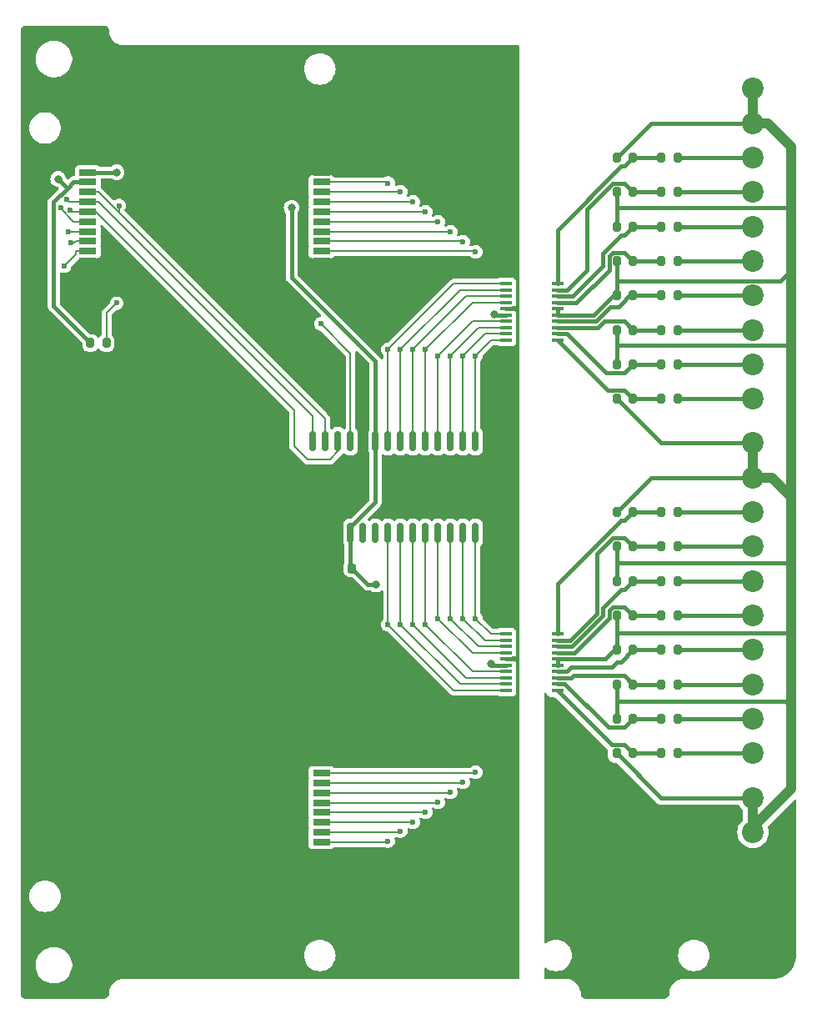
<source format=gbr>
%TF.GenerationSoftware,KiCad,Pcbnew,8.0.7-8.0.7-0~ubuntu24.04.1*%
%TF.CreationDate,2025-01-20T15:15:08+03:00*%
%TF.ProjectId,PM-DI16-sink,504d2d44-4931-4362-9d73-696e6b2e6b69,rev?*%
%TF.SameCoordinates,Original*%
%TF.FileFunction,Copper,L1,Top*%
%TF.FilePolarity,Positive*%
%FSLAX46Y46*%
G04 Gerber Fmt 4.6, Leading zero omitted, Abs format (unit mm)*
G04 Created by KiCad (PCBNEW 8.0.7-8.0.7-0~ubuntu24.04.1) date 2025-01-20 15:15:08*
%MOMM*%
%LPD*%
G01*
G04 APERTURE LIST*
G04 Aperture macros list*
%AMRoundRect*
0 Rectangle with rounded corners*
0 $1 Rounding radius*
0 $2 $3 $4 $5 $6 $7 $8 $9 X,Y pos of 4 corners*
0 Add a 4 corners polygon primitive as box body*
4,1,4,$2,$3,$4,$5,$6,$7,$8,$9,$2,$3,0*
0 Add four circle primitives for the rounded corners*
1,1,$1+$1,$2,$3*
1,1,$1+$1,$4,$5*
1,1,$1+$1,$6,$7*
1,1,$1+$1,$8,$9*
0 Add four rect primitives between the rounded corners*
20,1,$1+$1,$2,$3,$4,$5,0*
20,1,$1+$1,$4,$5,$6,$7,0*
20,1,$1+$1,$6,$7,$8,$9,0*
20,1,$1+$1,$8,$9,$2,$3,0*%
G04 Aperture macros list end*
%TA.AperFunction,SMDPad,CuDef*%
%ADD10RoundRect,0.200000X-0.200000X-0.275000X0.200000X-0.275000X0.200000X0.275000X-0.200000X0.275000X0*%
%TD*%
%TA.AperFunction,SMDPad,CuDef*%
%ADD11R,1.803400X0.635000*%
%TD*%
%TA.AperFunction,SMDPad,CuDef*%
%ADD12R,2.997200X2.590800*%
%TD*%
%TA.AperFunction,SMDPad,CuDef*%
%ADD13RoundRect,0.150000X-0.150000X0.875000X-0.150000X-0.875000X0.150000X-0.875000X0.150000X0.875000X0*%
%TD*%
%TA.AperFunction,SMDPad,CuDef*%
%ADD14R,1.200000X0.400000*%
%TD*%
%TA.AperFunction,SMDPad,CuDef*%
%ADD15RoundRect,0.225000X0.225000X0.250000X-0.225000X0.250000X-0.225000X-0.250000X0.225000X-0.250000X0*%
%TD*%
%TA.AperFunction,ComponentPad*%
%ADD16C,2.200000*%
%TD*%
%TA.AperFunction,ComponentPad*%
%ADD17O,6.350000X6.350000*%
%TD*%
%TA.AperFunction,ViaPad*%
%ADD18C,0.600000*%
%TD*%
%TA.AperFunction,ViaPad*%
%ADD19C,0.800000*%
%TD*%
%TA.AperFunction,Conductor*%
%ADD20C,0.200000*%
%TD*%
%TA.AperFunction,Conductor*%
%ADD21C,0.400000*%
%TD*%
%TA.AperFunction,Conductor*%
%ADD22C,1.000000*%
%TD*%
G04 APERTURE END LIST*
D10*
%TO.P,R31,1*%
%TO.N,/b.6_div*%
X15675000Y-21000000D03*
%TO.P,R31,2*%
%TO.N,/b.6_in*%
X17325000Y-21000000D03*
%TD*%
D11*
%TO.P,J5,1,Pin_1*%
%TO.N,GND*%
X-18826000Y-34499991D03*
%TO.P,J5,2,Pin_2*%
%TO.N,/b.7*%
X-18826000Y-33499993D03*
%TO.P,J5,3,Pin_3*%
%TO.N,/b.6*%
X-18826000Y-32499995D03*
%TO.P,J5,4,Pin_4*%
%TO.N,/b.5*%
X-18826000Y-31499997D03*
%TO.P,J5,5,Pin_5*%
%TO.N,/b.4*%
X-18826000Y-30499999D03*
%TO.P,J5,6,Pin_6*%
%TO.N,/b.3*%
X-18826000Y-29500001D03*
%TO.P,J5,7,Pin_7*%
%TO.N,/b.2*%
X-18826000Y-28500003D03*
%TO.P,J5,8,Pin_8*%
%TO.N,/b.1*%
X-18826000Y-27500005D03*
%TO.P,J5,9,Pin_9*%
%TO.N,/b.0*%
X-18826000Y-26500007D03*
%TO.P,J5,10,Pin_10*%
%TO.N,GND*%
X-18826000Y-25500009D03*
D12*
%TO.P,J5,11,Pin_11*%
X-16655999Y-36850002D03*
X-16655999Y-23149998D03*
%TD*%
D10*
%TO.P,R16,1*%
%TO.N,/a.7_div*%
X15675000Y11500000D03*
%TO.P,R16,2*%
%TO.N,/a.7_in*%
X17325000Y11500000D03*
%TD*%
D13*
%TO.P,U4,1,GPB0*%
%TO.N,/a.7*%
X-3175000Y7190000D03*
%TO.P,U4,2,GPB1*%
%TO.N,/a.6*%
X-4445000Y7190000D03*
%TO.P,U4,3,GPB2*%
%TO.N,/a.5*%
X-5715000Y7190000D03*
%TO.P,U4,4,GPB3*%
%TO.N,/a.4*%
X-6985000Y7190000D03*
%TO.P,U4,5,GPB4*%
%TO.N,/a.3*%
X-8255000Y7190000D03*
%TO.P,U4,6,GPB5*%
%TO.N,/a.2*%
X-9525000Y7190000D03*
%TO.P,U4,7,GPB6*%
%TO.N,/a.1*%
X-10795000Y7190000D03*
%TO.P,U4,8,GPB7*%
%TO.N,/a.0*%
X-12065000Y7190000D03*
%TO.P,U4,9,VDD*%
%TO.N,+3.3V*%
X-13335000Y7190000D03*
%TO.P,U4,10,VSS*%
%TO.N,GND*%
X-14605000Y7190000D03*
%TO.P,U4,11,~{CS}*%
%TO.N,/CS*%
X-15875000Y7190000D03*
%TO.P,U4,12,SCK*%
%TO.N,/SCK*%
X-17145000Y7190000D03*
%TO.P,U4,13,SI*%
%TO.N,/MOSI*%
X-18415000Y7190000D03*
%TO.P,U4,14,SO*%
%TO.N,/MISO*%
X-19685000Y7190000D03*
%TO.P,U4,15,A0*%
%TO.N,GND*%
X-19685000Y-2110000D03*
%TO.P,U4,16,A1*%
X-18415000Y-2110000D03*
%TO.P,U4,17,A2*%
X-17145000Y-2110000D03*
%TO.P,U4,18,~{RESET}*%
%TO.N,+3.3V*%
X-15875000Y-2110000D03*
%TO.P,U4,19,INTB*%
%TO.N,unconnected-(U4-INTB-Pad19)*%
X-14605000Y-2110000D03*
%TO.P,U4,20,INTA*%
%TO.N,unconnected-(U4-INTA-Pad20)*%
X-13335000Y-2110000D03*
%TO.P,U4,21,GPA0*%
%TO.N,/b.7*%
X-12065000Y-2110000D03*
%TO.P,U4,22,GPA1*%
%TO.N,/b.6*%
X-10795000Y-2110000D03*
%TO.P,U4,23,GPA2*%
%TO.N,/b.5*%
X-9525000Y-2110000D03*
%TO.P,U4,24,GPA3*%
%TO.N,/b.4*%
X-8255000Y-2110000D03*
%TO.P,U4,25,GPA4*%
%TO.N,/b.3*%
X-6985000Y-2110000D03*
%TO.P,U4,26,GPA5*%
%TO.N,/b.2*%
X-5715000Y-2110000D03*
%TO.P,U4,27,GPA6*%
%TO.N,/b.1*%
X-4445000Y-2110000D03*
%TO.P,U4,28,GPA7*%
%TO.N,/b.0*%
X-3175000Y-2110000D03*
%TD*%
D10*
%TO.P,R13,1*%
%TO.N,/M*%
X11175000Y15000000D03*
%TO.P,R13,2*%
%TO.N,/a.6_div*%
X12825000Y15000000D03*
%TD*%
%TO.P,R18,1*%
%TO.N,/M*%
X11175000Y-3500000D03*
%TO.P,R18,2*%
%TO.N,/b.1_div*%
X12825000Y-3500000D03*
%TD*%
%TO.P,R28,1*%
%TO.N,/b.3_div*%
X15675000Y-10500000D03*
%TO.P,R28,2*%
%TO.N,/b.3_in*%
X17325000Y-10500000D03*
%TD*%
D14*
%TO.P,U5,1,A1*%
%TO.N,/a.7_div*%
X5140000Y17462500D03*
%TO.P,U5,2,A2*%
%TO.N,/a.6_div*%
X5140000Y18097500D03*
%TO.P,U5,3,A3*%
%TO.N,/a.5_div*%
X5140000Y18732500D03*
%TO.P,U5,4,A4*%
%TO.N,/a.4_div*%
X5140000Y19367500D03*
%TO.P,U5,5,COM*%
%TO.N,/M*%
X5140000Y20002500D03*
%TO.P,U5,6,COM*%
X5140000Y20637500D03*
%TO.P,U5,7,A5*%
%TO.N,/a.3_div*%
X5140000Y21272500D03*
%TO.P,U5,8,A6*%
%TO.N,/a.2_div*%
X5140000Y21907500D03*
%TO.P,U5,9,A7*%
%TO.N,/a.1_div*%
X5140000Y22542500D03*
%TO.P,U5,10,A8*%
%TO.N,/a.0_div*%
X5140000Y23177500D03*
%TO.P,U5,11,B8*%
%TO.N,/a.0*%
X-60000Y23177500D03*
%TO.P,U5,12,B7*%
%TO.N,/a.1*%
X-60000Y22542500D03*
%TO.P,U5,13,B6*%
%TO.N,/a.2*%
X-60000Y21907500D03*
%TO.P,U5,14,B5*%
%TO.N,/a.3*%
X-60000Y21272500D03*
%TO.P,U5,15,GND*%
%TO.N,GND*%
X-60000Y20637500D03*
%TO.P,U5,16,VDD*%
%TO.N,+3.3V*%
X-60000Y20002500D03*
%TO.P,U5,17,B4*%
%TO.N,/a.4*%
X-60000Y19367500D03*
%TO.P,U5,18,B3*%
%TO.N,/a.5*%
X-60000Y18732500D03*
%TO.P,U5,19,B2*%
%TO.N,/a.6*%
X-60000Y18097500D03*
%TO.P,U5,20,B1*%
%TO.N,/a.7*%
X-60000Y17462500D03*
%TD*%
D10*
%TO.P,R4,1*%
%TO.N,/a.1_div*%
X15675000Y32500000D03*
%TO.P,R4,2*%
%TO.N,/a.1_in*%
X17325000Y32500000D03*
%TD*%
%TO.P,R24,1*%
%TO.N,/M*%
X11175000Y-24500000D03*
%TO.P,R24,2*%
%TO.N,/b.7_div*%
X12825000Y-24500000D03*
%TD*%
%TO.P,R23,1*%
%TO.N,/M*%
X11175000Y-21000000D03*
%TO.P,R23,2*%
%TO.N,/b.6_div*%
X12825000Y-21000000D03*
%TD*%
%TO.P,R11,1*%
%TO.N,/M*%
X11175000Y18500000D03*
%TO.P,R11,2*%
%TO.N,/a.5_div*%
X12825000Y18500000D03*
%TD*%
%TO.P,R2,1*%
%TO.N,/a.0_div*%
X15675000Y36000000D03*
%TO.P,R2,2*%
%TO.N,/a.0_in*%
X17325000Y36000000D03*
%TD*%
D15*
%TO.P,C1,1*%
%TO.N,+3.3V*%
X-15735000Y-5715000D03*
%TO.P,C1,2*%
%TO.N,GND*%
X-17285000Y-5715000D03*
%TD*%
D10*
%TO.P,R20,1*%
%TO.N,/M*%
X11175000Y-10500000D03*
%TO.P,R20,2*%
%TO.N,/b.3_div*%
X12825000Y-10500000D03*
%TD*%
%TO.P,R5,1*%
%TO.N,/M*%
X11175000Y29000000D03*
%TO.P,R5,2*%
%TO.N,/a.2_div*%
X12825000Y29000000D03*
%TD*%
%TO.P,R3,1*%
%TO.N,/M*%
X11175000Y32500000D03*
%TO.P,R3,2*%
%TO.N,/a.1_div*%
X12825000Y32500000D03*
%TD*%
D16*
%TO.P,J6,1,Pin_1*%
%TO.N,/PE*%
X25000000Y-43000000D03*
%TO.P,J6,2,Pin_2*%
X25000000Y-39500000D03*
%TO.P,J6,3,Pin_3*%
X25000000Y-36000000D03*
%TO.P,J6,4,Pin_4*%
%TO.N,/M*%
X25000000Y-32500000D03*
%TO.P,J6,5,Pin_5*%
X25000000Y-29000000D03*
%TD*%
D10*
%TO.P,R26,1*%
%TO.N,/b.1_div*%
X15675000Y-3500000D03*
%TO.P,R26,2*%
%TO.N,/b.1_in*%
X17325000Y-3500000D03*
%TD*%
%TO.P,R7,1*%
%TO.N,/M*%
X11175000Y25500000D03*
%TO.P,R7,2*%
%TO.N,/a.3_div*%
X12825000Y25500000D03*
%TD*%
%TO.P,R17,1*%
%TO.N,/M*%
X11175000Y0D03*
%TO.P,R17,2*%
%TO.N,/b.0_div*%
X12825000Y0D03*
%TD*%
%TO.P,R32,1*%
%TO.N,/b.7_div*%
X15675000Y-24500000D03*
%TO.P,R32,2*%
%TO.N,/b.7_in*%
X17325000Y-24500000D03*
%TD*%
%TO.P,R8,1*%
%TO.N,/a.3_div*%
X15675000Y25500000D03*
%TO.P,R8,2*%
%TO.N,/a.3_in*%
X17325000Y25500000D03*
%TD*%
%TO.P,R30,1*%
%TO.N,/b.5_div*%
X15675000Y-17500000D03*
%TO.P,R30,2*%
%TO.N,/b.5_in*%
X17325000Y-17500000D03*
%TD*%
%TO.P,R6,1*%
%TO.N,/a.2_div*%
X15675000Y29000000D03*
%TO.P,R6,2*%
%TO.N,/a.2_in*%
X17325000Y29000000D03*
%TD*%
D11*
%TO.P,J1,1,Pin_1*%
%TO.N,GND*%
X-42556000Y25500009D03*
%TO.P,J1,2,Pin_2*%
%TO.N,/CS3*%
X-42556000Y26500007D03*
%TO.P,J1,3,Pin_3*%
%TO.N,/CS2*%
X-42556000Y27500005D03*
%TO.P,J1,4,Pin_4*%
%TO.N,/CS1*%
X-42556000Y28500003D03*
%TO.P,J1,5,Pin_5*%
%TO.N,/CS0*%
X-42556000Y29500001D03*
%TO.P,J1,6,Pin_6*%
%TO.N,/SCK*%
X-42556000Y30499999D03*
%TO.P,J1,7,Pin_7*%
%TO.N,/MISO*%
X-42556000Y31499997D03*
%TO.P,J1,8,Pin_8*%
%TO.N,/MOSI*%
X-42556000Y32499995D03*
%TO.P,J1,9,Pin_9*%
%TO.N,+3.3V*%
X-42556000Y33499993D03*
%TO.P,J1,10,Pin_10*%
%TO.N,+5V*%
X-42556000Y34499991D03*
D12*
%TO.P,J1,11,Pin_11*%
%TO.N,GND*%
X-40385999Y23149998D03*
X-40385999Y36850002D03*
%TD*%
D10*
%TO.P,R1,1*%
%TO.N,/M*%
X11175000Y36000000D03*
%TO.P,R1,2*%
%TO.N,/a.0_div*%
X12825000Y36000000D03*
%TD*%
%TO.P,R22,1*%
%TO.N,/M*%
X11175000Y-17500000D03*
%TO.P,R22,2*%
%TO.N,/b.5_div*%
X12825000Y-17500000D03*
%TD*%
%TO.P,R33,1*%
%TO.N,+3.3V*%
X-42295000Y17170000D03*
%TO.P,R33,2*%
%TO.N,/CS*%
X-40645000Y17170000D03*
%TD*%
%TO.P,R10,1*%
%TO.N,/a.4_div*%
X15675000Y22000000D03*
%TO.P,R10,2*%
%TO.N,/a.4_in*%
X17325000Y22000000D03*
%TD*%
%TO.P,R14,1*%
%TO.N,/a.6_div*%
X15675000Y15000000D03*
%TO.P,R14,2*%
%TO.N,/a.6_in*%
X17325000Y15000000D03*
%TD*%
D14*
%TO.P,U3,1,A1*%
%TO.N,/b.7_div*%
X5140000Y-18097500D03*
%TO.P,U3,2,A2*%
%TO.N,/b.6_div*%
X5140000Y-17462500D03*
%TO.P,U3,3,A3*%
%TO.N,/b.5_div*%
X5140000Y-16827500D03*
%TO.P,U3,4,A4*%
%TO.N,/b.4_div*%
X5140000Y-16192500D03*
%TO.P,U3,5,COM*%
%TO.N,/M*%
X5140000Y-15557500D03*
%TO.P,U3,6,COM*%
X5140000Y-14922500D03*
%TO.P,U3,7,A5*%
%TO.N,/b.3_div*%
X5140000Y-14287500D03*
%TO.P,U3,8,A6*%
%TO.N,/b.2_div*%
X5140000Y-13652500D03*
%TO.P,U3,9,A7*%
%TO.N,/b.1_div*%
X5140000Y-13017500D03*
%TO.P,U3,10,A8*%
%TO.N,/b.0_div*%
X5140000Y-12382500D03*
%TO.P,U3,11,B8*%
%TO.N,/b.0*%
X-60000Y-12382500D03*
%TO.P,U3,12,B7*%
%TO.N,/b.1*%
X-60000Y-13017500D03*
%TO.P,U3,13,B6*%
%TO.N,/b.2*%
X-60000Y-13652500D03*
%TO.P,U3,14,B5*%
%TO.N,/b.3*%
X-60000Y-14287500D03*
%TO.P,U3,15,GND*%
%TO.N,GND*%
X-60000Y-14922500D03*
%TO.P,U3,16,VDD*%
%TO.N,+3.3V*%
X-60000Y-15557500D03*
%TO.P,U3,17,B4*%
%TO.N,/b.4*%
X-60000Y-16192500D03*
%TO.P,U3,18,B3*%
%TO.N,/b.5*%
X-60000Y-16827500D03*
%TO.P,U3,19,B2*%
%TO.N,/b.6*%
X-60000Y-17462500D03*
%TO.P,U3,20,B1*%
%TO.N,/b.7*%
X-60000Y-18097500D03*
%TD*%
D10*
%TO.P,R12,1*%
%TO.N,/a.5_div*%
X15675000Y18500000D03*
%TO.P,R12,2*%
%TO.N,/a.5_in*%
X17325000Y18500000D03*
%TD*%
D11*
%TO.P,J2,1,Pin_1*%
%TO.N,GND*%
X-18826000Y25500009D03*
%TO.P,J2,2,Pin_2*%
%TO.N,/a.7*%
X-18826000Y26500007D03*
%TO.P,J2,3,Pin_3*%
%TO.N,/a.6*%
X-18826000Y27500005D03*
%TO.P,J2,4,Pin_4*%
%TO.N,/a.5*%
X-18826000Y28500003D03*
%TO.P,J2,5,Pin_5*%
%TO.N,/a.4*%
X-18826000Y29500001D03*
%TO.P,J2,6,Pin_6*%
%TO.N,/a.3*%
X-18826000Y30499999D03*
%TO.P,J2,7,Pin_7*%
%TO.N,/a.2*%
X-18826000Y31499997D03*
%TO.P,J2,8,Pin_8*%
%TO.N,/a.1*%
X-18826000Y32499995D03*
%TO.P,J2,9,Pin_9*%
%TO.N,/a.0*%
X-18826000Y33499993D03*
%TO.P,J2,10,Pin_10*%
%TO.N,GND*%
X-18826000Y34499991D03*
D12*
%TO.P,J2,11,Pin_11*%
X-16655999Y23149998D03*
X-16655999Y36850002D03*
%TD*%
D10*
%TO.P,R9,1*%
%TO.N,/M*%
X11175000Y22000000D03*
%TO.P,R9,2*%
%TO.N,/a.4_div*%
X12825000Y22000000D03*
%TD*%
%TO.P,R19,1*%
%TO.N,/M*%
X11175000Y-7000000D03*
%TO.P,R19,2*%
%TO.N,/b.2_div*%
X12825000Y-7000000D03*
%TD*%
D16*
%TO.P,J4,1,Pin_1*%
%TO.N,/b.7_in*%
X25000000Y-24500000D03*
%TO.P,J4,2,Pin_2*%
%TO.N,/b.6_in*%
X25000000Y-21000000D03*
%TO.P,J4,3,Pin_3*%
%TO.N,/b.5_in*%
X25000000Y-17500000D03*
%TO.P,J4,4,Pin_4*%
%TO.N,/b.4_in*%
X25000000Y-14000000D03*
%TO.P,J4,5,Pin_5*%
%TO.N,/b.3_in*%
X25000000Y-10500000D03*
%TO.P,J4,6,Pin_6*%
%TO.N,/b.2_in*%
X25000000Y-7000000D03*
%TO.P,J4,7,Pin_7*%
%TO.N,/b.1_in*%
X25000000Y-3500000D03*
%TO.P,J4,8,Pin_8*%
%TO.N,/b.0_in*%
X25000000Y0D03*
%TO.P,J4,9,Pin_9*%
%TO.N,/M*%
X25000000Y3500000D03*
%TO.P,J4,10,Pin_10*%
X25000000Y7000000D03*
%TD*%
D10*
%TO.P,R27,1*%
%TO.N,/b.2_div*%
X15675000Y-7000000D03*
%TO.P,R27,2*%
%TO.N,/b.2_in*%
X17325000Y-7000000D03*
%TD*%
%TO.P,R25,1*%
%TO.N,/b.0_div*%
X15675000Y0D03*
%TO.P,R25,2*%
%TO.N,/b.0_in*%
X17325000Y0D03*
%TD*%
%TO.P,R21,1*%
%TO.N,/M*%
X11175000Y-14000000D03*
%TO.P,R21,2*%
%TO.N,/b.4_div*%
X12825000Y-14000000D03*
%TD*%
D17*
%TO.P,PE1,1*%
%TO.N,/PE*%
X12000000Y-46000000D03*
%TD*%
D16*
%TO.P,J3,1,Pin_1*%
%TO.N,/a.7_in*%
X25000000Y11500000D03*
%TO.P,J3,2,Pin_2*%
%TO.N,/a.6_in*%
X25000000Y15000000D03*
%TO.P,J3,3,Pin_3*%
%TO.N,/a.5_in*%
X25000000Y18500000D03*
%TO.P,J3,4,Pin_4*%
%TO.N,/a.4_in*%
X25000000Y22000000D03*
%TO.P,J3,5,Pin_5*%
%TO.N,/a.3_in*%
X25000000Y25500000D03*
%TO.P,J3,6,Pin_6*%
%TO.N,/a.2_in*%
X25000000Y29000000D03*
%TO.P,J3,7,Pin_7*%
%TO.N,/a.1_in*%
X25000000Y32500000D03*
%TO.P,J3,8,Pin_8*%
%TO.N,/a.0_in*%
X25000000Y36000000D03*
%TO.P,J3,9,Pin_9*%
%TO.N,/M*%
X25000000Y39500000D03*
%TO.P,J3,10,Pin_10*%
X25000000Y43000000D03*
%TD*%
D10*
%TO.P,R29,1*%
%TO.N,/b.4_div*%
X15675000Y-14000000D03*
%TO.P,R29,2*%
%TO.N,/b.4_in*%
X17325000Y-14000000D03*
%TD*%
%TO.P,R15,1*%
%TO.N,/M*%
X11175000Y11500000D03*
%TO.P,R15,2*%
%TO.N,/a.7_div*%
X12825000Y11500000D03*
%TD*%
D18*
%TO.N,/MOSI*%
X-39393800Y31118700D03*
%TO.N,/CS*%
X-18888500Y19118200D03*
X-39629500Y21221700D03*
%TO.N,/MISO*%
X-44724200Y31768300D03*
%TO.N,GND*%
X786526Y20637501D03*
X786526Y-14922499D03*
%TO.N,/SCK*%
X-44333300Y30698400D03*
D19*
%TO.N,+3.3V*%
X-13304500Y-7352600D03*
X-45555500Y33824200D03*
X-1626000Y-15398800D03*
X-1270000Y20067500D03*
X-21851500Y30883000D03*
%TO.N,+5V*%
X-39629500Y34497400D03*
D18*
%TO.N,/a.1*%
X-10795000Y16510000D03*
X-10795000Y32512000D03*
%TO.N,/a.3*%
X-8255000Y30480000D03*
X-8255000Y16510000D03*
%TO.N,/a.6*%
X-4445000Y27432000D03*
X-4445000Y15875000D03*
%TO.N,/a.5*%
X-5715000Y15875000D03*
X-5715000Y28448000D03*
%TO.N,/a.2*%
X-9525000Y16510000D03*
X-9525000Y31496000D03*
%TO.N,/a.4*%
X-6985000Y15875000D03*
X-6985000Y29464000D03*
%TO.N,/a.7*%
X-3175000Y15875000D03*
X-3175000Y26416000D03*
%TO.N,/b.3*%
X-6985000Y-29464000D03*
X-6985000Y-10795000D03*
%TO.N,/b.6*%
X-10795000Y-32385000D03*
X-10795000Y-11430000D03*
%TO.N,/b.4*%
X-8255000Y-30480000D03*
X-8255000Y-11430000D03*
%TO.N,/b.2*%
X-5715000Y-28448000D03*
X-5715000Y-10795000D03*
%TO.N,/b.5*%
X-9525000Y-11430000D03*
X-9525000Y-31496000D03*
%TO.N,/b.7*%
X-12065000Y-11430000D03*
X-12065000Y-33401000D03*
%TO.N,/a.0*%
X-12065000Y33401000D03*
X-12065000Y16510000D03*
%TO.N,/b.1*%
X-4445000Y-27432000D03*
X-4445000Y-10795000D03*
%TO.N,/b.0*%
X-3175000Y-26416000D03*
X-3175000Y-10795000D03*
%TO.N,/CS0*%
X-45274500Y30883000D03*
%TO.N,/CS1*%
X-44495200Y28500000D03*
%TO.N,/CS3*%
X-44944900Y24973900D03*
%TO.N,/CS2*%
X-44305300Y27335600D03*
%TD*%
D20*
%TO.N,/MOSI*%
X-41454300Y32499995D02*
X-18415000Y9460695D01*
X-18415000Y9460695D02*
X-18415000Y7190000D01*
X-39393800Y30439500D02*
X-39393800Y31118700D01*
X-42556000Y32499995D02*
X-41454300Y32499995D01*
%TO.N,/CS*%
X-40645000Y20206200D02*
X-40645000Y17170000D01*
X-15875000Y16104700D02*
X-18888500Y19118200D01*
X-39629500Y21221700D02*
X-40645000Y20206200D01*
X-15875000Y7190000D02*
X-15875000Y16104700D01*
%TO.N,/MISO*%
X-42556000Y31500000D02*
X-44455900Y31500000D01*
X-19685000Y9730697D02*
X-19685000Y7190000D01*
X-44455900Y31500000D02*
X-44724200Y31768300D01*
X-41454300Y31499997D02*
X-19685000Y9730697D01*
X-42556000Y31499997D02*
X-41454300Y31499997D01*
D21*
%TO.N,GND*%
X-60000Y20637500D02*
X786525Y20637500D01*
X786525Y-14922500D02*
X786526Y-14922499D01*
X786525Y20637500D02*
X786526Y20637501D01*
X-60000Y-14922500D02*
X786525Y-14922500D01*
D20*
%TO.N,/SCK*%
X-17976001Y5334000D02*
X-17145000Y6165001D01*
X-17145000Y6165001D02*
X-17145000Y7190000D01*
X-21590000Y6731000D02*
X-20193000Y5334000D01*
X-44134900Y30500000D02*
X-44333300Y30698400D01*
X-21590000Y10353201D02*
X-21590000Y6731000D01*
X-42556000Y30500000D02*
X-44134900Y30500000D01*
X-41736798Y30499999D02*
X-21590000Y10353201D01*
X-20193000Y5334000D02*
X-17976001Y5334000D01*
X-42556000Y30499999D02*
X-41736798Y30499999D01*
D21*
%TO.N,+3.3V*%
X-42295000Y17170000D02*
X-46015800Y20890800D01*
X-15875000Y-5575000D02*
X-15875000Y-2110000D01*
X-13335000Y7190000D02*
X-13335000Y15324200D01*
X-15875000Y-1544300D02*
X-13335000Y995700D01*
X-15875000Y-2110000D02*
X-15875000Y-1544300D01*
X-15735000Y-5715000D02*
X-15875000Y-5575000D01*
X-44004500Y33500000D02*
X-42556000Y33500000D01*
X-46015800Y20890800D02*
X-46015800Y31488700D01*
X-13304500Y-7352600D02*
X-14097400Y-7352600D01*
X-21851500Y23840700D02*
X-21851500Y30883000D01*
X-13335000Y995700D02*
X-13335000Y7190000D01*
X-1205000Y20002500D02*
X-1270000Y20067500D01*
X-1467300Y-15557500D02*
X-1626000Y-15398800D01*
X-14097400Y-7352600D02*
X-15735000Y-5715000D01*
X-44617900Y32886600D02*
X-44004500Y33500000D01*
X-44617900Y32886600D02*
X-45555500Y33824200D01*
X-60000Y-15557500D02*
X-1467300Y-15557500D01*
X-60000Y20002500D02*
X-1205000Y20002500D01*
X-46015800Y31488700D02*
X-44617900Y32886600D01*
X-13335000Y15324200D02*
X-21851500Y23840700D01*
%TO.N,+5V*%
X-42556000Y34500000D02*
X-39632100Y34500000D01*
X-39632100Y34500000D02*
X-39629500Y34497400D01*
%TO.N,/M*%
X11175000Y30940000D02*
X11175000Y29000000D01*
X14675000Y39500000D02*
X25000000Y39500000D01*
X11175000Y16970000D02*
X11175000Y15000000D01*
D22*
X28900000Y-1270000D02*
X28900000Y-1000000D01*
D21*
X27810000Y23500000D02*
X28900000Y24590000D01*
X11355000Y23500000D02*
X27810000Y23500000D01*
D22*
X28900000Y1500000D02*
X28900000Y13970000D01*
D21*
X11175000Y-24500000D02*
X15675000Y-29000000D01*
X11175000Y25500000D02*
X11175000Y23320000D01*
D22*
X25000000Y43000000D02*
X25000000Y39500000D01*
D21*
X28852000Y-5128000D02*
X28900000Y-5080000D01*
X11175000Y-5128000D02*
X28852000Y-5128000D01*
X10892000Y-14000000D02*
X9969500Y-14922500D01*
D22*
X28900000Y-28100000D02*
X28900000Y-19812000D01*
D21*
X11175000Y-12240000D02*
X28440000Y-12240000D01*
D22*
X25000000Y3500000D02*
X26900000Y3500000D01*
D21*
X11175000Y-17500000D02*
X11175000Y-19225000D01*
X5140000Y20002500D02*
X5140000Y20637500D01*
D22*
X26900000Y3500000D02*
X28900000Y1500000D01*
D21*
X11175000Y16970000D02*
X28900000Y16970000D01*
X14675000Y3500000D02*
X25000000Y3500000D01*
X11175000Y23320000D02*
X11175000Y22000000D01*
X25000000Y-29000000D02*
X22000000Y-29000000D01*
D22*
X28900000Y-15240000D02*
X28900000Y-12700000D01*
D21*
X11175000Y-10500000D02*
X11175000Y-12240000D01*
X11175000Y32500000D02*
X11175000Y30940000D01*
X10824000Y22000000D02*
X8826500Y20002500D01*
X15675000Y-29000000D02*
X22000000Y-29000000D01*
D22*
X28900000Y-19812000D02*
X28900000Y-15240000D01*
D21*
X11175000Y11500000D02*
X15675000Y7000000D01*
D22*
X28900000Y-1000000D02*
X28900000Y1500000D01*
X26500000Y39500000D02*
X28900000Y37100000D01*
D21*
X11175000Y23320000D02*
X11355000Y23500000D01*
X11175000Y36000000D02*
X14675000Y39500000D01*
D22*
X28900000Y-28100000D02*
X25000000Y-32000000D01*
D21*
X11175000Y18500000D02*
X11175000Y16970000D01*
X11175000Y0D02*
X14675000Y3500000D01*
D22*
X25000000Y3500000D02*
X25000000Y7000000D01*
D21*
X11175000Y-14000000D02*
X10892000Y-14000000D01*
X11175000Y-5128000D02*
X11175000Y-7000000D01*
X11175000Y-3500000D02*
X11175000Y-5128000D01*
X15675000Y7000000D02*
X25000000Y7000000D01*
D22*
X28900000Y-5080000D02*
X28900000Y-1270000D01*
X25000000Y39500000D02*
X26500000Y39500000D01*
D21*
X11175000Y-19225000D02*
X11175000Y-21000000D01*
X8826500Y20002500D02*
X5140000Y20002500D01*
X28313000Y-19225000D02*
X28900000Y-19812000D01*
D22*
X28900000Y-12700000D02*
X28900000Y-8128000D01*
D21*
X9969500Y-14922500D02*
X5140000Y-14922500D01*
D22*
X28900000Y-8128000D02*
X28900000Y-5080000D01*
D21*
X5140000Y-14922500D02*
X5140000Y-15557500D01*
D22*
X28900000Y37100000D02*
X28900000Y27940000D01*
D21*
X28440000Y-12240000D02*
X28900000Y-12700000D01*
X11175000Y22000000D02*
X10824000Y22000000D01*
D22*
X25000000Y-32500000D02*
X25000000Y-29000000D01*
D21*
X11175000Y-12240000D02*
X11175000Y-14000000D01*
X11175000Y-19225000D02*
X28313000Y-19225000D01*
X11175000Y30940000D02*
X28900000Y30940000D01*
D22*
X28900000Y13970000D02*
X28900000Y21590000D01*
X28900000Y21590000D02*
X28900000Y27940000D01*
D20*
%TO.N,/a.1*%
X-10795000Y7190000D02*
X-10795000Y16510000D01*
X-10807005Y32499995D02*
X-10795000Y32512000D01*
X-1330000Y22542500D02*
X-60000Y22542500D01*
X-4762500Y22542500D02*
X-1330000Y22542500D01*
X-10795000Y16510000D02*
X-4762500Y22542500D01*
X-18826000Y32499995D02*
X-10807005Y32499995D01*
%TO.N,/a.3*%
X-3492500Y21272500D02*
X-1330000Y21272500D01*
X-8255000Y7190000D02*
X-8255000Y16510000D01*
X-18826000Y30499999D02*
X-8274999Y30499999D01*
X-8274999Y30499999D02*
X-8255000Y30480000D01*
X-60000Y21272500D02*
X-1330000Y21272500D01*
X-8255000Y16510000D02*
X-3492500Y21272500D01*
%TO.N,/a.6*%
X-4513005Y27500005D02*
X-4445000Y27432000D01*
X-2222500Y18097500D02*
X-1330000Y18097500D01*
X-4445000Y15875000D02*
X-2222500Y18097500D01*
X-1330000Y18097500D02*
X-60000Y18097500D01*
X-18826000Y27500005D02*
X-4513005Y27500005D01*
X-4445000Y7190000D02*
X-4445000Y15875000D01*
%TO.N,/a.5*%
X-5767003Y28500003D02*
X-5715000Y28448000D01*
X-5715000Y15875000D02*
X-2857500Y18732500D01*
X-5715000Y7190000D02*
X-5715000Y15875000D01*
X-18826000Y28500003D02*
X-5767003Y28500003D01*
X-1330000Y18732500D02*
X-60000Y18732500D01*
X-2857500Y18732500D02*
X-1330000Y18732500D01*
%TO.N,/a.2*%
X-9525000Y7190000D02*
X-9525000Y16510000D01*
X-1330000Y21907500D02*
X-60000Y21907500D01*
X-18826000Y31499997D02*
X-9528997Y31499997D01*
X-4127500Y21907500D02*
X-1330000Y21907500D01*
X-9528997Y31499997D02*
X-9525000Y31496000D01*
X-9525000Y16510000D02*
X-4127500Y21907500D01*
%TO.N,/a.4*%
X-7021001Y29500001D02*
X-6985000Y29464000D01*
X-6985000Y7190000D02*
X-6985000Y15875000D01*
X-6985000Y15875000D02*
X-3492500Y19367500D01*
X-60000Y19367500D02*
X-1330000Y19367500D01*
X-18826000Y29500001D02*
X-7021001Y29500001D01*
X-3492500Y19367500D02*
X-1330000Y19367500D01*
%TO.N,/a.7*%
X-3175000Y15875000D02*
X-1587500Y17462500D01*
X-3259007Y26500007D02*
X-3175000Y26416000D01*
X-3175000Y7190000D02*
X-3175000Y15875000D01*
X-1330000Y17462500D02*
X-60000Y17462500D01*
X-1587500Y17462500D02*
X-1330000Y17462500D01*
X-18826000Y26500007D02*
X-3259007Y26500007D01*
D21*
%TO.N,/a.0_div*%
X12825000Y36000000D02*
X15675000Y36000000D01*
X11950000Y35125000D02*
X11622402Y35125000D01*
X11622402Y35125000D02*
X5140000Y28642598D01*
X5140000Y28642598D02*
X5140000Y23177500D01*
X12825000Y36000000D02*
X11950000Y35125000D01*
%TO.N,/a.1_div*%
X12825000Y32500000D02*
X15675000Y32500000D01*
X8128000Y30782070D02*
X8128000Y24565500D01*
X6105000Y22542500D02*
X5140000Y22542500D01*
X12825000Y32500000D02*
X11950000Y33375000D01*
X11950000Y33375000D02*
X10720930Y33375000D01*
X8128000Y24565500D02*
X6105000Y22542500D01*
X10720930Y33375000D02*
X8128000Y30782070D01*
%TO.N,/a.3_div*%
X10720930Y26375000D02*
X10375000Y26029070D01*
X12825000Y25500000D02*
X15675000Y25500000D01*
X11950000Y26375000D02*
X10720930Y26375000D01*
X12825000Y25500000D02*
X11950000Y26375000D01*
X10375000Y24599000D02*
X7048500Y21272500D01*
X10375000Y26029070D02*
X10375000Y24599000D01*
X7048500Y21272500D02*
X5140000Y21272500D01*
%TO.N,/a.2_div*%
X11950000Y28125000D02*
X11622402Y28125000D01*
X9775000Y26277598D02*
X9775000Y25015000D01*
X6667500Y21907500D02*
X5140000Y21907500D01*
X12825000Y29000000D02*
X11950000Y28125000D01*
X11622402Y28125000D02*
X9775000Y26277598D01*
X12825000Y29000000D02*
X15675000Y29000000D01*
X9775000Y25015000D02*
X6667500Y21907500D01*
%TO.N,/a.7_div*%
X11950000Y12375000D02*
X10227500Y12375000D01*
X12825000Y11500000D02*
X11950000Y12375000D01*
X12825000Y11500000D02*
X15675000Y11500000D01*
X10227500Y12375000D02*
X5140000Y17462500D01*
%TO.N,/a.6_div*%
X12825000Y15000000D02*
X15675000Y15000000D01*
X10077500Y14125000D02*
X6105000Y18097500D01*
X11950000Y14125000D02*
X10077500Y14125000D01*
X6105000Y18097500D02*
X5140000Y18097500D01*
X12825000Y15000000D02*
X11950000Y14125000D01*
%TO.N,/a.4_div*%
X12825000Y22000000D02*
X15675000Y22000000D01*
X11332070Y20828000D02*
X10500528Y20828000D01*
X12825000Y22320930D02*
X11332070Y20828000D01*
X9040028Y19367500D02*
X5140000Y19367500D01*
X10500528Y20828000D02*
X9040028Y19367500D01*
X12825000Y22000000D02*
X12825000Y22320930D01*
%TO.N,/a.5_div*%
X11950000Y19375000D02*
X9896056Y19375000D01*
X9253556Y18732500D02*
X5140000Y18732500D01*
X12825000Y18500000D02*
X15675000Y18500000D01*
X9896056Y19375000D02*
X9253556Y18732500D01*
X12825000Y18500000D02*
X11950000Y19375000D01*
D20*
%TO.N,/b.3*%
X-6985000Y-10795000D02*
X-3492500Y-14287500D01*
X-7021001Y-29500001D02*
X-6985000Y-29464000D01*
X-6985000Y-2110000D02*
X-6985000Y-10795000D01*
X-60500Y-14288000D02*
X-60000Y-14287500D01*
X-18826000Y-29500001D02*
X-7021001Y-29500001D01*
X-1330000Y-14287500D02*
X-60000Y-14287500D01*
X-3492500Y-14287500D02*
X-1330000Y-14287500D01*
%TO.N,/b.6*%
X-18826000Y-32499995D02*
X-10909995Y-32499995D01*
X-4762500Y-17462500D02*
X-1330000Y-17462500D01*
X-60000Y-17462500D02*
X-1330000Y-17462500D01*
X-10909995Y-32499995D02*
X-10795000Y-32385000D01*
X-10795000Y-2110000D02*
X-10795000Y-11430000D01*
X-60500Y-17462000D02*
X-60000Y-17462500D01*
X-10795000Y-11430000D02*
X-4762500Y-17462500D01*
%TO.N,/b.4*%
X-60500Y-16192000D02*
X-60000Y-16192500D01*
X-60000Y-16192500D02*
X-1330000Y-16192500D01*
X-3492500Y-16192500D02*
X-1330000Y-16192500D01*
X-18826000Y-30499999D02*
X-8274999Y-30499999D01*
X-8274999Y-30499999D02*
X-8255000Y-30480000D01*
X-8255000Y-11430000D02*
X-3492500Y-16192500D01*
X-8255000Y-2110000D02*
X-8255000Y-11430000D01*
%TO.N,/b.2*%
X-5715000Y-2110000D02*
X-5715000Y-10795000D01*
X-18826000Y-28500003D02*
X-5767003Y-28500003D01*
X-5715000Y-10823843D02*
X-2886343Y-13652500D01*
X-60500Y-13652000D02*
X-60000Y-13652500D01*
X-2886343Y-13652500D02*
X-1330000Y-13652500D01*
X-5715000Y-10795000D02*
X-5715000Y-10823843D01*
X-5767003Y-28500003D02*
X-5715000Y-28448000D01*
X-60000Y-13652500D02*
X-1330000Y-13652500D01*
%TO.N,/b.5*%
X-1330000Y-16827500D02*
X-60000Y-16827500D01*
X-9525000Y-2110000D02*
X-9525000Y-11430000D01*
X-9528997Y-31499997D02*
X-9525000Y-31496000D01*
X-4127500Y-16827500D02*
X-1330000Y-16827500D01*
X-18826000Y-31499997D02*
X-9528997Y-31499997D01*
X-60500Y-16828000D02*
X-60000Y-16827500D01*
X-9525000Y-11430000D02*
X-4127500Y-16827500D01*
%TO.N,/b.7*%
X-5397500Y-18097500D02*
X-1330000Y-18097500D01*
X-12065000Y-2110000D02*
X-12065000Y-11430000D01*
X-18826000Y-33499993D02*
X-12163993Y-33499993D01*
X-1330000Y-18097500D02*
X-60000Y-18097500D01*
X-12065000Y-11430000D02*
X-5397500Y-18097500D01*
X-60500Y-18098000D02*
X-60000Y-18097500D01*
X-12163993Y-33499993D02*
X-12065000Y-33401000D01*
D21*
%TO.N,/b.2_div*%
X11950000Y-7875000D02*
X11622402Y-7875000D01*
X12825000Y-7000000D02*
X11950000Y-7875000D01*
X9775000Y-9722402D02*
X9775000Y-10504528D01*
X6627028Y-13652500D02*
X5140000Y-13652500D01*
X9775000Y-10504528D02*
X6627028Y-13652500D01*
X11622402Y-7875000D02*
X9775000Y-9722402D01*
X12825000Y-7000000D02*
X15675000Y-7000000D01*
%TO.N,/b.3_div*%
X10375000Y-10753056D02*
X6840556Y-14287500D01*
X10720930Y-9625000D02*
X10375000Y-9970930D01*
X10375000Y-9970930D02*
X10375000Y-10753056D01*
X12825000Y-10500000D02*
X11950000Y-9625000D01*
X12825000Y-10500000D02*
X15675000Y-10500000D01*
X6840556Y-14287500D02*
X5140000Y-14287500D01*
X11950000Y-9625000D02*
X10720930Y-9625000D01*
%TO.N,/b.0_div*%
X11950000Y-875000D02*
X11571000Y-875000D01*
X5140000Y-7306000D02*
X5140000Y-12382500D01*
X11571000Y-875000D02*
X5140000Y-7306000D01*
X12825000Y0D02*
X15675000Y0D01*
X12825000Y0D02*
X11950000Y-875000D01*
%TO.N,/b.1_div*%
X12825000Y-3500000D02*
X15675000Y-3500000D01*
X6413500Y-13017500D02*
X5140000Y-13017500D01*
X12825000Y-3500000D02*
X11950000Y-2625000D01*
X9144000Y-10287000D02*
X6413500Y-13017500D01*
X11950000Y-2625000D02*
X10720930Y-2625000D01*
X9144000Y-4201930D02*
X9144000Y-10287000D01*
X10720930Y-2625000D02*
X9144000Y-4201930D01*
%TO.N,/b.5_div*%
X12825000Y-17500000D02*
X15675000Y-17500000D01*
X6743000Y-16625000D02*
X6540500Y-16827500D01*
X12825000Y-17500000D02*
X11950000Y-16625000D01*
X11950000Y-16625000D02*
X6743000Y-16625000D01*
X6540500Y-16827500D02*
X5140000Y-16827500D01*
%TO.N,/b.6_div*%
X10289500Y-21875000D02*
X5877000Y-17462500D01*
X12825000Y-21000000D02*
X15675000Y-21000000D01*
X5877000Y-17462500D02*
X5140000Y-17462500D01*
X11950000Y-21875000D02*
X10289500Y-21875000D01*
X12825000Y-21000000D02*
X11950000Y-21875000D01*
%TO.N,/b.7_div*%
X12825000Y-24500000D02*
X11950000Y-23625000D01*
X12825000Y-24500000D02*
X15675000Y-24500000D01*
X10667500Y-23625000D02*
X5140000Y-18097500D01*
X11950000Y-23625000D02*
X10667500Y-23625000D01*
%TO.N,/b.4_div*%
X12825000Y-14000000D02*
X15675000Y-14000000D01*
X6105000Y-16192500D02*
X5140000Y-16192500D01*
X10668000Y-15748000D02*
X6549500Y-15748000D01*
X11176000Y-15240000D02*
X10668000Y-15748000D01*
X12825000Y-14000000D02*
X11585000Y-15240000D01*
X6549500Y-15748000D02*
X6105000Y-16192500D01*
X11585000Y-15240000D02*
X11176000Y-15240000D01*
%TO.N,/a.6_in*%
X17325000Y15000000D02*
X25000000Y15000000D01*
%TO.N,/a.7_in*%
X17325000Y11500000D02*
X25000000Y11500000D01*
%TO.N,/a.0_in*%
X17325000Y36000000D02*
X25000000Y36000000D01*
%TO.N,/a.1_in*%
X17325000Y32500000D02*
X25000000Y32500000D01*
%TO.N,/a.4_in*%
X17325000Y22000000D02*
X25000000Y22000000D01*
%TO.N,/a.3_in*%
X17325000Y25500000D02*
X25000000Y25500000D01*
%TO.N,/a.2_in*%
X17325000Y29000000D02*
X25000000Y29000000D01*
%TO.N,/a.5_in*%
X17325000Y18500000D02*
X25000000Y18500000D01*
%TO.N,/b.0_in*%
X17325000Y0D02*
X25000000Y0D01*
%TO.N,/b.1_in*%
X17325000Y-3500000D02*
X25000000Y-3500000D01*
D20*
%TO.N,/a.0*%
X-12065000Y16510000D02*
X-5397500Y23177500D01*
X-18826000Y33499993D02*
X-12163993Y33499993D01*
X-12065000Y7190000D02*
X-12065000Y16510000D01*
X-60000Y23177500D02*
X-1330000Y23177500D01*
X-5397500Y23177500D02*
X-1330000Y23177500D01*
X-12163993Y33499993D02*
X-12065000Y33401000D01*
D21*
%TO.N,/b.4_in*%
X17325000Y-14000000D02*
X25000000Y-14000000D01*
%TO.N,/b.2_in*%
X17325000Y-7000000D02*
X25000000Y-7000000D01*
%TO.N,/b.6_in*%
X17325000Y-21000000D02*
X25000000Y-21000000D01*
%TO.N,/b.5_in*%
X17325000Y-17500000D02*
X25000000Y-17500000D01*
%TO.N,/b.7_in*%
X17325000Y-24500000D02*
X25000000Y-24500000D01*
%TO.N,/b.3_in*%
X17325000Y-10500000D02*
X25000000Y-10500000D01*
D20*
%TO.N,/b.1*%
X-4445000Y-10795000D02*
X-2222500Y-13017500D01*
X-1330000Y-13017500D02*
X-60000Y-13017500D01*
X-60500Y-13018000D02*
X-60000Y-13017500D01*
X-18826000Y-27500005D02*
X-4513005Y-27500005D01*
X-2222500Y-13017500D02*
X-1330000Y-13017500D01*
X-4513005Y-27500005D02*
X-4445000Y-27432000D01*
X-4445000Y-2110000D02*
X-4445000Y-10795000D01*
%TO.N,/b.0*%
X-18826000Y-26500007D02*
X-3259007Y-26500007D01*
X-60000Y-12382500D02*
X-1330000Y-12382500D01*
X-3175000Y-2110000D02*
X-3175000Y-10795000D01*
X-1587500Y-12382500D02*
X-1330000Y-12382500D01*
X-3259007Y-26500007D02*
X-3175000Y-26416000D01*
X-3175000Y-10795000D02*
X-1587500Y-12382500D01*
X-60500Y-12382000D02*
X-60000Y-12382500D01*
%TO.N,/CS0*%
X-45274500Y30883000D02*
X-45274500Y30788800D01*
X-43985700Y29500000D02*
X-42556000Y29500000D01*
X-45274500Y30788800D02*
X-43985700Y29500000D01*
%TO.N,/CS1*%
X-44495200Y28500000D02*
X-42556000Y28500000D01*
%TO.N,/CS3*%
X-43759400Y26159400D02*
X-44944900Y24973900D01*
X-42556000Y26500000D02*
X-43759400Y26500000D01*
X-43759400Y26500000D02*
X-43759400Y26159400D01*
%TO.N,/CS2*%
X-44305300Y27335600D02*
X-43923800Y27335600D01*
X-43923800Y27335600D02*
X-43759400Y27500000D01*
X-42556000Y27500000D02*
X-43759400Y27500000D01*
%TD*%
%TA.AperFunction,Conductor*%
%TO.N,GND*%
G36*
X-40893078Y49398720D02*
G01*
X-40802734Y49388541D01*
X-40775669Y49382364D01*
X-40696460Y49354648D01*
X-40671447Y49342602D01*
X-40600394Y49297957D01*
X-40578687Y49280645D01*
X-40519356Y49221314D01*
X-40502043Y49199605D01*
X-40457400Y49128556D01*
X-40445352Y49103538D01*
X-40417638Y49024334D01*
X-40411460Y48997265D01*
X-40401280Y48906924D01*
X-40400500Y48893039D01*
X-40400500Y48792683D01*
X-40369956Y48580236D01*
X-40369953Y48580226D01*
X-40309483Y48374285D01*
X-40220328Y48179062D01*
X-40220321Y48179049D01*
X-40104280Y47998486D01*
X-39963725Y47836276D01*
X-39943600Y47818838D01*
X-39801513Y47695719D01*
X-39672469Y47612789D01*
X-39620952Y47579680D01*
X-39620939Y47579673D01*
X-39425716Y47490518D01*
X-39425712Y47490517D01*
X-39425710Y47490516D01*
X-39219769Y47430046D01*
X-39219768Y47430046D01*
X-39219765Y47430045D01*
X-39156416Y47420938D01*
X-39007318Y47399500D01*
X-39007317Y47399500D01*
X1146000Y47399500D01*
X1213039Y47379815D01*
X1258794Y47327011D01*
X1270000Y47275500D01*
X1270000Y-47275500D01*
X1250315Y-47342539D01*
X1197511Y-47388294D01*
X1146000Y-47399500D01*
X-39007318Y-47399500D01*
X-39219765Y-47430044D01*
X-39219775Y-47430047D01*
X-39425716Y-47490517D01*
X-39620939Y-47579672D01*
X-39620952Y-47579679D01*
X-39801515Y-47695720D01*
X-39963725Y-47836275D01*
X-40104280Y-47998485D01*
X-40220321Y-48179048D01*
X-40220328Y-48179061D01*
X-40309483Y-48374284D01*
X-40369953Y-48580225D01*
X-40369956Y-48580235D01*
X-40400500Y-48792682D01*
X-40400500Y-48893038D01*
X-40401280Y-48906923D01*
X-40411460Y-48997264D01*
X-40417638Y-49024333D01*
X-40445352Y-49103537D01*
X-40457400Y-49128555D01*
X-40502043Y-49199604D01*
X-40519356Y-49221313D01*
X-40578687Y-49280644D01*
X-40600396Y-49297957D01*
X-40671445Y-49342600D01*
X-40696463Y-49354648D01*
X-40775667Y-49382362D01*
X-40802736Y-49388540D01*
X-40882925Y-49397576D01*
X-40893079Y-49398720D01*
X-40906962Y-49399500D01*
X-48893038Y-49399500D01*
X-48906922Y-49398720D01*
X-48919447Y-49397308D01*
X-48997265Y-49388540D01*
X-49024334Y-49382362D01*
X-49103538Y-49354648D01*
X-49128556Y-49342600D01*
X-49199605Y-49297957D01*
X-49221314Y-49280644D01*
X-49280645Y-49221313D01*
X-49297958Y-49199604D01*
X-49342601Y-49128555D01*
X-49354649Y-49103537D01*
X-49382363Y-49024333D01*
X-49388541Y-48997263D01*
X-49398720Y-48906922D01*
X-49399500Y-48893038D01*
X-49399500Y-45878711D01*
X-47850500Y-45878711D01*
X-47850500Y-46121288D01*
X-47818839Y-46361785D01*
X-47756053Y-46596104D01*
X-47752182Y-46605449D01*
X-47663224Y-46820212D01*
X-47541936Y-47030289D01*
X-47541934Y-47030292D01*
X-47541933Y-47030293D01*
X-47394267Y-47222736D01*
X-47394261Y-47222743D01*
X-47222744Y-47394260D01*
X-47222738Y-47394265D01*
X-47030289Y-47541936D01*
X-46820212Y-47663224D01*
X-46596100Y-47756054D01*
X-46361789Y-47818838D01*
X-46181414Y-47842584D01*
X-46121289Y-47850500D01*
X-46121288Y-47850500D01*
X-45878711Y-47850500D01*
X-45830612Y-47844167D01*
X-45638211Y-47818838D01*
X-45403900Y-47756054D01*
X-45179788Y-47663224D01*
X-44969711Y-47541936D01*
X-44777262Y-47394265D01*
X-44605735Y-47222738D01*
X-44458064Y-47030289D01*
X-44336776Y-46820212D01*
X-44243946Y-46596100D01*
X-44181162Y-46361789D01*
X-44149500Y-46121288D01*
X-44149500Y-45878712D01*
X-44181162Y-45638211D01*
X-44243946Y-45403900D01*
X-44336776Y-45179788D01*
X-44440577Y-45000000D01*
X-20605449Y-45000000D01*
X-20585683Y-45251151D01*
X-20526874Y-45496110D01*
X-20430467Y-45728859D01*
X-20298840Y-45943653D01*
X-20298839Y-45943656D01*
X-20298836Y-45943659D01*
X-20135224Y-46135224D01*
X-19986934Y-46261875D01*
X-19943657Y-46298838D01*
X-19943654Y-46298839D01*
X-19728860Y-46430466D01*
X-19496111Y-46526873D01*
X-19251148Y-46585683D01*
X-19000000Y-46605449D01*
X-18748852Y-46585683D01*
X-18503889Y-46526873D01*
X-18271141Y-46430466D01*
X-18056341Y-46298836D01*
X-17864776Y-46135224D01*
X-17701164Y-45943659D01*
X-17569534Y-45728859D01*
X-17473127Y-45496111D01*
X-17414317Y-45251148D01*
X-17394551Y-45000000D01*
X-17414317Y-44748852D01*
X-17473127Y-44503889D01*
X-17515952Y-44400500D01*
X-17569534Y-44271140D01*
X-17701161Y-44056346D01*
X-17701162Y-44056343D01*
X-17738125Y-44013066D01*
X-17864776Y-43864776D01*
X-17991429Y-43756604D01*
X-18056344Y-43701161D01*
X-18056347Y-43701160D01*
X-18271141Y-43569533D01*
X-18503890Y-43473126D01*
X-18748849Y-43414317D01*
X-19000000Y-43394551D01*
X-19251152Y-43414317D01*
X-19496111Y-43473126D01*
X-19728860Y-43569533D01*
X-19943654Y-43701160D01*
X-19943657Y-43701161D01*
X-20135224Y-43864776D01*
X-20298839Y-44056343D01*
X-20298840Y-44056346D01*
X-20430467Y-44271140D01*
X-20526874Y-44503889D01*
X-20585683Y-44748848D01*
X-20605449Y-45000000D01*
X-44440577Y-45000000D01*
X-44458064Y-44969711D01*
X-44605735Y-44777262D01*
X-44605740Y-44777256D01*
X-44777257Y-44605739D01*
X-44777264Y-44605733D01*
X-44969707Y-44458067D01*
X-44969708Y-44458066D01*
X-44969711Y-44458064D01*
X-45179788Y-44336776D01*
X-45179795Y-44336773D01*
X-45403896Y-44243947D01*
X-45638215Y-44181161D01*
X-45878711Y-44149500D01*
X-45878712Y-44149500D01*
X-46121288Y-44149500D01*
X-46121289Y-44149500D01*
X-46361786Y-44181161D01*
X-46596105Y-44243947D01*
X-46820206Y-44336773D01*
X-46820215Y-44336777D01*
X-47030294Y-44458067D01*
X-47222737Y-44605733D01*
X-47222744Y-44605739D01*
X-47394261Y-44777256D01*
X-47394267Y-44777263D01*
X-47541933Y-44969706D01*
X-47663223Y-45179785D01*
X-47663227Y-45179794D01*
X-47756053Y-45403895D01*
X-47818839Y-45638214D01*
X-47850500Y-45878711D01*
X-49399500Y-45878711D01*
X-49399500Y-39000000D01*
X-48505449Y-39000000D01*
X-48485683Y-39251151D01*
X-48426874Y-39496110D01*
X-48330467Y-39728859D01*
X-48198840Y-39943653D01*
X-48198839Y-39943656D01*
X-48198836Y-39943659D01*
X-48035224Y-40135224D01*
X-47886934Y-40261875D01*
X-47843657Y-40298838D01*
X-47843654Y-40298839D01*
X-47628860Y-40430466D01*
X-47396111Y-40526873D01*
X-47151148Y-40585683D01*
X-46900000Y-40605449D01*
X-46648852Y-40585683D01*
X-46403889Y-40526873D01*
X-46171141Y-40430466D01*
X-45956341Y-40298836D01*
X-45764776Y-40135224D01*
X-45601164Y-39943659D01*
X-45469534Y-39728859D01*
X-45373127Y-39496111D01*
X-45314317Y-39251148D01*
X-45294551Y-39000000D01*
X-45314317Y-38748852D01*
X-45373127Y-38503889D01*
X-45469534Y-38271141D01*
X-45469534Y-38271140D01*
X-45601161Y-38056346D01*
X-45601162Y-38056343D01*
X-45638125Y-38013066D01*
X-45764776Y-37864776D01*
X-45891429Y-37756604D01*
X-45956344Y-37701161D01*
X-45956347Y-37701160D01*
X-46171141Y-37569533D01*
X-46403890Y-37473126D01*
X-46648849Y-37414317D01*
X-46900000Y-37394551D01*
X-47151152Y-37414317D01*
X-47396111Y-37473126D01*
X-47628860Y-37569533D01*
X-47843654Y-37701160D01*
X-47843657Y-37701161D01*
X-48035224Y-37864776D01*
X-48198839Y-38056343D01*
X-48198840Y-38056346D01*
X-48330467Y-38271140D01*
X-48426874Y-38503889D01*
X-48485683Y-38748848D01*
X-48505449Y-39000000D01*
X-49399500Y-39000000D01*
X-49399500Y-26150982D01*
X-20128200Y-26150982D01*
X-20128200Y-26849024D01*
X-20113346Y-26942813D01*
X-20113345Y-26942815D01*
X-20112886Y-26943715D01*
X-20112659Y-26944926D01*
X-20110329Y-26952097D01*
X-20111256Y-26952398D01*
X-20099992Y-27012385D01*
X-20110419Y-27047896D01*
X-20110332Y-27047925D01*
X-20111313Y-27050941D01*
X-20112882Y-27056288D01*
X-20113346Y-27057197D01*
X-20113347Y-27057202D01*
X-20128200Y-27150980D01*
X-20128200Y-27849022D01*
X-20113346Y-27942811D01*
X-20113345Y-27942813D01*
X-20112886Y-27943713D01*
X-20112659Y-27944924D01*
X-20110329Y-27952095D01*
X-20111256Y-27952396D01*
X-20099992Y-28012383D01*
X-20110419Y-28047894D01*
X-20110332Y-28047923D01*
X-20111313Y-28050939D01*
X-20112882Y-28056286D01*
X-20113346Y-28057195D01*
X-20113347Y-28057200D01*
X-20128200Y-28150978D01*
X-20128200Y-28849020D01*
X-20113346Y-28942809D01*
X-20113345Y-28942811D01*
X-20112886Y-28943711D01*
X-20112659Y-28944922D01*
X-20110329Y-28952093D01*
X-20111256Y-28952394D01*
X-20099992Y-29012381D01*
X-20110419Y-29047892D01*
X-20110332Y-29047921D01*
X-20111313Y-29050937D01*
X-20112882Y-29056284D01*
X-20113346Y-29057193D01*
X-20113347Y-29057198D01*
X-20128200Y-29150976D01*
X-20128200Y-29849018D01*
X-20113346Y-29942807D01*
X-20113345Y-29942809D01*
X-20112886Y-29943709D01*
X-20112659Y-29944920D01*
X-20110329Y-29952091D01*
X-20111256Y-29952392D01*
X-20099992Y-30012379D01*
X-20110419Y-30047890D01*
X-20110332Y-30047919D01*
X-20111313Y-30050935D01*
X-20112882Y-30056282D01*
X-20113346Y-30057191D01*
X-20113347Y-30057196D01*
X-20128200Y-30150974D01*
X-20128200Y-30849016D01*
X-20113346Y-30942805D01*
X-20113345Y-30942807D01*
X-20112886Y-30943707D01*
X-20112659Y-30944918D01*
X-20110329Y-30952089D01*
X-20111256Y-30952390D01*
X-20099992Y-31012377D01*
X-20110419Y-31047888D01*
X-20110332Y-31047917D01*
X-20111313Y-31050933D01*
X-20112882Y-31056280D01*
X-20113346Y-31057189D01*
X-20113347Y-31057194D01*
X-20128200Y-31150972D01*
X-20128200Y-31849014D01*
X-20113346Y-31942803D01*
X-20113345Y-31942805D01*
X-20112886Y-31943705D01*
X-20112659Y-31944916D01*
X-20110329Y-31952087D01*
X-20111256Y-31952388D01*
X-20099992Y-32012375D01*
X-20110419Y-32047886D01*
X-20110332Y-32047915D01*
X-20111313Y-32050931D01*
X-20112882Y-32056278D01*
X-20113346Y-32057187D01*
X-20113347Y-32057192D01*
X-20128200Y-32150970D01*
X-20128200Y-32849012D01*
X-20113346Y-32942801D01*
X-20113345Y-32942803D01*
X-20112886Y-32943703D01*
X-20112659Y-32944914D01*
X-20110329Y-32952085D01*
X-20111256Y-32952386D01*
X-20099992Y-33012373D01*
X-20110419Y-33047884D01*
X-20110332Y-33047913D01*
X-20111313Y-33050929D01*
X-20112882Y-33056276D01*
X-20113346Y-33057185D01*
X-20113347Y-33057190D01*
X-20128200Y-33150968D01*
X-20128200Y-33849010D01*
X-20125045Y-33868927D01*
X-20113346Y-33942797D01*
X-20055750Y-34055835D01*
X-20055748Y-34055837D01*
X-20055746Y-34055840D01*
X-19966048Y-34145538D01*
X-19966046Y-34145539D01*
X-19966042Y-34145543D01*
X-19853006Y-34203138D01*
X-19853002Y-34203140D01*
X-19759225Y-34217992D01*
X-19759219Y-34217993D01*
X-17892782Y-34217992D01*
X-17798996Y-34203139D01*
X-17685958Y-34145543D01*
X-17596250Y-34055835D01*
X-17596247Y-34055827D01*
X-17593183Y-34051612D01*
X-17537855Y-34008944D01*
X-17492861Y-34000493D01*
X-12460673Y-34000493D01*
X-12403048Y-34014696D01*
X-12315225Y-34060790D01*
X-12150056Y-34101500D01*
X-11979944Y-34101500D01*
X-11814775Y-34060790D01*
X-11715992Y-34008944D01*
X-11664151Y-33981736D01*
X-11664150Y-33981734D01*
X-11664148Y-33981734D01*
X-11536817Y-33868929D01*
X-11440182Y-33728930D01*
X-11379860Y-33569872D01*
X-11359355Y-33401000D01*
X-11379860Y-33232128D01*
X-11404005Y-33168464D01*
X-11409371Y-33098803D01*
X-11376224Y-33037297D01*
X-11315085Y-33003475D01*
X-11288062Y-33000495D01*
X-11160184Y-33000495D01*
X-11102559Y-33014698D01*
X-11045225Y-33044790D01*
X-10880056Y-33085500D01*
X-10709944Y-33085500D01*
X-10544775Y-33044790D01*
X-10459424Y-32999994D01*
X-10394151Y-32965736D01*
X-10394150Y-32965734D01*
X-10394148Y-32965734D01*
X-10266817Y-32852929D01*
X-10170182Y-32712930D01*
X-10109860Y-32553872D01*
X-10089355Y-32385000D01*
X-10109860Y-32216128D01*
X-10110738Y-32212566D01*
X-10110620Y-32209872D01*
X-10110764Y-32208683D01*
X-10110567Y-32208658D01*
X-10107669Y-32142763D01*
X-10067349Y-32085701D01*
X-10002579Y-32059496D01*
X-9933924Y-32072468D01*
X-9932524Y-32073306D01*
X-9932493Y-32073249D01*
X-9800046Y-32142763D01*
X-9775225Y-32155790D01*
X-9610056Y-32196500D01*
X-9439944Y-32196500D01*
X-9274775Y-32155790D01*
X-9195308Y-32114081D01*
X-9124151Y-32076736D01*
X-9124150Y-32076734D01*
X-9124148Y-32076734D01*
X-8996817Y-31963929D01*
X-8900182Y-31823930D01*
X-8839860Y-31664872D01*
X-8819355Y-31496000D01*
X-8839860Y-31327128D01*
X-8900032Y-31168467D01*
X-8905398Y-31098807D01*
X-8872250Y-31037301D01*
X-8811112Y-31003479D01*
X-8784089Y-31000499D01*
X-8770871Y-31000499D01*
X-8703832Y-31020184D01*
X-8688645Y-31031683D01*
X-8655853Y-31060733D01*
X-8655851Y-31060735D01*
X-8583311Y-31098807D01*
X-8505225Y-31139790D01*
X-8340056Y-31180500D01*
X-8169944Y-31180500D01*
X-8004775Y-31139790D01*
X-7925308Y-31098081D01*
X-7854151Y-31060736D01*
X-7854150Y-31060734D01*
X-7854148Y-31060734D01*
X-7726817Y-30947929D01*
X-7630182Y-30807930D01*
X-7569860Y-30648872D01*
X-7549355Y-30480000D01*
X-7569860Y-30311128D01*
X-7623963Y-30168470D01*
X-7629329Y-30098809D01*
X-7596181Y-30037302D01*
X-7535043Y-30003481D01*
X-7508020Y-30000501D01*
X-7482808Y-30000501D01*
X-7415769Y-30020186D01*
X-7400582Y-30031685D01*
X-7385853Y-30044733D01*
X-7385851Y-30044735D01*
X-7282822Y-30098809D01*
X-7235225Y-30123790D01*
X-7070056Y-30164500D01*
X-6899944Y-30164500D01*
X-6734775Y-30123790D01*
X-6607890Y-30057195D01*
X-6584151Y-30044736D01*
X-6584150Y-30044734D01*
X-6584148Y-30044734D01*
X-6456817Y-29931929D01*
X-6360182Y-29791930D01*
X-6299860Y-29632872D01*
X-6279355Y-29464000D01*
X-6299860Y-29295128D01*
X-6347894Y-29168473D01*
X-6353260Y-29098810D01*
X-6320112Y-29037304D01*
X-6258974Y-29003483D01*
X-6231951Y-29000503D01*
X-6194745Y-29000503D01*
X-6127706Y-29020188D01*
X-6122028Y-29024487D01*
X-6122020Y-29024476D01*
X-6115846Y-29028738D01*
X-5982335Y-29098810D01*
X-5965225Y-29107790D01*
X-5800056Y-29148500D01*
X-5629944Y-29148500D01*
X-5464775Y-29107790D01*
X-5368379Y-29057197D01*
X-5314151Y-29028736D01*
X-5314150Y-29028734D01*
X-5314148Y-29028734D01*
X-5186817Y-28915929D01*
X-5090182Y-28775930D01*
X-5029860Y-28616872D01*
X-5009355Y-28448000D01*
X-5029860Y-28279128D01*
X-5029862Y-28279122D01*
X-5071824Y-28168475D01*
X-5077191Y-28098812D01*
X-5044043Y-28037306D01*
X-4982904Y-28003485D01*
X-4955882Y-28000505D01*
X-4899716Y-28000505D01*
X-4842090Y-28014709D01*
X-4695227Y-28091789D01*
X-4695225Y-28091790D01*
X-4530056Y-28132500D01*
X-4359944Y-28132500D01*
X-4194775Y-28091790D01*
X-4111139Y-28047894D01*
X-4044151Y-28012736D01*
X-4044150Y-28012734D01*
X-4044148Y-28012734D01*
X-3916817Y-27899929D01*
X-3820182Y-27759930D01*
X-3759860Y-27600872D01*
X-3739355Y-27432000D01*
X-3759860Y-27263128D01*
X-3795757Y-27168476D01*
X-3801123Y-27098815D01*
X-3767975Y-27037309D01*
X-3706837Y-27003487D01*
X-3679814Y-27000507D01*
X-3599226Y-27000507D01*
X-3541601Y-27014710D01*
X-3425225Y-27075790D01*
X-3260056Y-27116500D01*
X-3089944Y-27116500D01*
X-2924775Y-27075790D01*
X-2803968Y-27012385D01*
X-2774151Y-26996736D01*
X-2774150Y-26996734D01*
X-2774148Y-26996734D01*
X-2646817Y-26883929D01*
X-2550182Y-26743930D01*
X-2489860Y-26584872D01*
X-2469355Y-26416000D01*
X-2489860Y-26247128D01*
X-2550182Y-26088070D01*
X-2646817Y-25948071D01*
X-2774148Y-25835266D01*
X-2774151Y-25835263D01*
X-2924774Y-25756210D01*
X-3089944Y-25715500D01*
X-3260056Y-25715500D01*
X-3425227Y-25756210D01*
X-3575850Y-25835263D01*
X-3703187Y-25948074D01*
X-3708157Y-25953685D01*
X-3709642Y-25952369D01*
X-3756003Y-25989939D01*
X-3803767Y-25999507D01*
X-17492861Y-25999507D01*
X-17559900Y-25979822D01*
X-17593183Y-25948388D01*
X-17596248Y-25944169D01*
X-17596250Y-25944165D01*
X-17596254Y-25944161D01*
X-17596256Y-25944158D01*
X-17685953Y-25854461D01*
X-17685956Y-25854459D01*
X-17685958Y-25854457D01*
X-17762783Y-25815312D01*
X-17798999Y-25796859D01*
X-17892776Y-25782007D01*
X-19759218Y-25782007D01*
X-19840181Y-25794830D01*
X-19853004Y-25796861D01*
X-19966042Y-25854457D01*
X-19966043Y-25854458D01*
X-19966048Y-25854461D01*
X-20055746Y-25944159D01*
X-20055749Y-25944164D01*
X-20055750Y-25944165D01*
X-20073918Y-25979822D01*
X-20113348Y-26057205D01*
X-20128200Y-26150982D01*
X-49399500Y-26150982D01*
X-49399500Y20811746D01*
X-46616302Y20811746D01*
X-46616301Y20811743D01*
X-46575377Y20659015D01*
X-46575376Y20659013D01*
X-46575377Y20659013D01*
X-46564956Y20640965D01*
X-46564955Y20640963D01*
X-46496325Y20522091D01*
X-46496319Y20522083D01*
X-46377451Y20403215D01*
X-46377445Y20403210D01*
X-43131819Y17157584D01*
X-43098334Y17096261D01*
X-43095500Y17069904D01*
X-43095500Y16855637D01*
X-43080047Y16738247D01*
X-43080044Y16738238D01*
X-43027680Y16611819D01*
X-43019536Y16592159D01*
X-42923282Y16466718D01*
X-42797841Y16370464D01*
X-42651762Y16309956D01*
X-42534361Y16294500D01*
X-42055640Y16294501D01*
X-42055637Y16294501D01*
X-41938247Y16309954D01*
X-41938243Y16309956D01*
X-41938238Y16309956D01*
X-41792159Y16370464D01*
X-41666718Y16466718D01*
X-41570464Y16592159D01*
X-41570465Y16592159D01*
X-41568376Y16594880D01*
X-41511948Y16636083D01*
X-41442202Y16640238D01*
X-41381282Y16606026D01*
X-41371624Y16594880D01*
X-41302811Y16505200D01*
X-41273282Y16466718D01*
X-41147841Y16370464D01*
X-41001762Y16309956D01*
X-40884361Y16294500D01*
X-40405640Y16294501D01*
X-40405637Y16294501D01*
X-40288247Y16309954D01*
X-40288243Y16309956D01*
X-40288238Y16309956D01*
X-40142159Y16370464D01*
X-40016718Y16466718D01*
X-39920464Y16592159D01*
X-39859956Y16738238D01*
X-39844500Y16855639D01*
X-39844501Y17484360D01*
X-39844501Y17484361D01*
X-39844501Y17484364D01*
X-39859954Y17601754D01*
X-39859956Y17601759D01*
X-39859956Y17601762D01*
X-39920464Y17747841D01*
X-40016718Y17873282D01*
X-40016720Y17873283D01*
X-40016720Y17873284D01*
X-40095986Y17934106D01*
X-40137189Y17990534D01*
X-40144500Y18032482D01*
X-40144500Y19947524D01*
X-40124815Y20014563D01*
X-40108181Y20035205D01*
X-39658505Y20484881D01*
X-39597182Y20518366D01*
X-39570824Y20521200D01*
X-39544444Y20521200D01*
X-39379275Y20561910D01*
X-39248869Y20630353D01*
X-39228651Y20640964D01*
X-39228650Y20640966D01*
X-39228648Y20640966D01*
X-39101317Y20753771D01*
X-39004682Y20893770D01*
X-38944360Y21052828D01*
X-38923855Y21221700D01*
X-38944360Y21390572D01*
X-38944362Y21390576D01*
X-39004683Y21549632D01*
X-39045939Y21609400D01*
X-39101317Y21689629D01*
X-39228648Y21802434D01*
X-39228651Y21802437D01*
X-39379274Y21881490D01*
X-39544444Y21922200D01*
X-39714556Y21922200D01*
X-39879727Y21881490D01*
X-40030350Y21802437D01*
X-40157684Y21689628D01*
X-40254318Y21549632D01*
X-40254318Y21549631D01*
X-40314640Y21390576D01*
X-40314641Y21390571D01*
X-40329689Y21266645D01*
X-40357312Y21202467D01*
X-40365104Y21193912D01*
X-40952314Y20606700D01*
X-41045498Y20513517D01*
X-41045500Y20513514D01*
X-41111392Y20399388D01*
X-41145500Y20272092D01*
X-41145500Y18032482D01*
X-41165185Y17965443D01*
X-41194014Y17934106D01*
X-41273281Y17873284D01*
X-41371624Y17745120D01*
X-41428053Y17703918D01*
X-41497799Y17699763D01*
X-41558719Y17733976D01*
X-41568376Y17745120D01*
X-41580254Y17760600D01*
X-41666718Y17873282D01*
X-41792159Y17969536D01*
X-41794501Y17970506D01*
X-41938238Y18030044D01*
X-41938240Y18030045D01*
X-42055630Y18045499D01*
X-42055633Y18045500D01*
X-42055639Y18045500D01*
X-42055646Y18045500D01*
X-42269903Y18045500D01*
X-42336942Y18065185D01*
X-42357584Y18081819D01*
X-45378981Y21103216D01*
X-45412466Y21164539D01*
X-45415300Y21190897D01*
X-45415300Y24224546D01*
X-45395615Y24291585D01*
X-45342811Y24337340D01*
X-45273653Y24347284D01*
X-45233675Y24334343D01*
X-45195125Y24314110D01*
X-45029956Y24273400D01*
X-44859844Y24273400D01*
X-44694675Y24314110D01*
X-44615208Y24355819D01*
X-44544051Y24393164D01*
X-44544050Y24393166D01*
X-44544048Y24393166D01*
X-44416717Y24505971D01*
X-44320082Y24645970D01*
X-44259760Y24805028D01*
X-44244713Y24928957D01*
X-44217091Y24993133D01*
X-44209308Y25001680D01*
X-43465299Y25745690D01*
X-43403976Y25779174D01*
X-43377618Y25782008D01*
X-41622783Y25782008D01*
X-41622782Y25782008D01*
X-41528996Y25796861D01*
X-41415958Y25854457D01*
X-41326250Y25944165D01*
X-41268654Y26057203D01*
X-41268654Y26057205D01*
X-41268653Y26057206D01*
X-41253801Y26150983D01*
X-41253800Y26150988D01*
X-41253801Y26849025D01*
X-41268654Y26942811D01*
X-41269110Y26943706D01*
X-41269336Y26944909D01*
X-41271670Y26952092D01*
X-41270743Y26952394D01*
X-41282011Y27012369D01*
X-41271581Y27047894D01*
X-41271669Y27047922D01*
X-41270665Y27051014D01*
X-41269112Y27056304D01*
X-41268654Y27057201D01*
X-41253800Y27150986D01*
X-41253801Y27849023D01*
X-41268654Y27942809D01*
X-41269110Y27943704D01*
X-41269336Y27944907D01*
X-41271670Y27952090D01*
X-41270743Y27952392D01*
X-41282011Y28012367D01*
X-41271581Y28047892D01*
X-41271669Y28047920D01*
X-41270665Y28051012D01*
X-41269112Y28056302D01*
X-41268654Y28057199D01*
X-41253800Y28150984D01*
X-41253801Y28849021D01*
X-41268654Y28942807D01*
X-41269110Y28943702D01*
X-41269336Y28944905D01*
X-41271670Y28952088D01*
X-41270743Y28952390D01*
X-41282011Y29012365D01*
X-41271581Y29047890D01*
X-41271669Y29047918D01*
X-41270665Y29051010D01*
X-41269112Y29056300D01*
X-41268654Y29057197D01*
X-41268653Y29057205D01*
X-41268652Y29057206D01*
X-41265742Y29066158D01*
X-41226303Y29123832D01*
X-41161944Y29151029D01*
X-41093098Y29139113D01*
X-41060131Y29115518D01*
X-22126819Y10182206D01*
X-22093334Y10120883D01*
X-22090500Y10094525D01*
X-22090500Y6665109D01*
X-22056392Y6537813D01*
X-22054003Y6533676D01*
X-21990500Y6423686D01*
X-20593500Y5026686D01*
X-20500314Y4933500D01*
X-20386186Y4867608D01*
X-20258893Y4833500D01*
X-20258892Y4833500D01*
X-20258891Y4833500D01*
X-17910111Y4833500D01*
X-17910109Y4833500D01*
X-17782815Y4867608D01*
X-17668687Y4933500D01*
X-16821602Y5780587D01*
X-16779415Y5808258D01*
X-16722658Y5830639D01*
X-16602078Y5922078D01*
X-16602076Y5922080D01*
X-16597681Y5926474D01*
X-16536358Y5959959D01*
X-16466666Y5954975D01*
X-16422319Y5926474D01*
X-16417925Y5922080D01*
X-16297344Y5830640D01*
X-16297343Y5830640D01*
X-16297342Y5830639D01*
X-16156564Y5775123D01*
X-16068102Y5764500D01*
X-16068097Y5764500D01*
X-15681903Y5764500D01*
X-15681898Y5764500D01*
X-15593436Y5775123D01*
X-15452658Y5830639D01*
X-15332078Y5922078D01*
X-15240639Y6042658D01*
X-15185123Y6183436D01*
X-15174500Y6271898D01*
X-15174500Y8108102D01*
X-15185123Y8196564D01*
X-15240639Y8337342D01*
X-15240640Y8337343D01*
X-15240640Y8337344D01*
X-15332075Y8457918D01*
X-15332078Y8457922D01*
X-15332083Y8457926D01*
X-15338072Y8463915D01*
X-15335538Y8466450D01*
X-15367105Y8509499D01*
X-15374500Y8551681D01*
X-15374500Y16170590D01*
X-15374500Y16170592D01*
X-15380592Y16193328D01*
X-15378931Y16263174D01*
X-15339770Y16321037D01*
X-15275542Y16348543D01*
X-15206640Y16336958D01*
X-15173137Y16313101D01*
X-13971819Y15111784D01*
X-13938334Y15050461D01*
X-13935500Y15024103D01*
X-13935500Y8423694D01*
X-13955185Y8356655D01*
X-13960696Y8348769D01*
X-13969360Y8337345D01*
X-13969363Y8337339D01*
X-14024877Y8196566D01*
X-14024877Y8196564D01*
X-14035500Y8108102D01*
X-14035500Y6271898D01*
X-14030371Y6229185D01*
X-14024878Y6183439D01*
X-14024878Y6183437D01*
X-14024877Y6183436D01*
X-13969361Y6042658D01*
X-13960698Y6031234D01*
X-13935873Y5965924D01*
X-13935500Y5956307D01*
X-13935500Y1295797D01*
X-13955185Y1228758D01*
X-13971819Y1208116D01*
X-15828116Y-648181D01*
X-15889439Y-681666D01*
X-15915797Y-684500D01*
X-16068102Y-684500D01*
X-16107147Y-689188D01*
X-16156562Y-695122D01*
X-16297344Y-750639D01*
X-16417923Y-842077D01*
X-16509361Y-962656D01*
X-16564878Y-1103438D01*
X-16570812Y-1152853D01*
X-16575500Y-1191898D01*
X-16575500Y-3028102D01*
X-16569874Y-3074954D01*
X-16564878Y-3116561D01*
X-16564878Y-3116563D01*
X-16564877Y-3116564D01*
X-16509361Y-3257342D01*
X-16500698Y-3268766D01*
X-16475873Y-3334076D01*
X-16475500Y-3343693D01*
X-16475500Y-5073960D01*
X-16492768Y-5137080D01*
X-16538616Y-5214605D01*
X-16538620Y-5214614D01*
X-16582708Y-5366366D01*
X-16582710Y-5366379D01*
X-16585500Y-5401829D01*
X-16585500Y-6028150D01*
X-16585499Y-6028175D01*
X-16582709Y-6063627D01*
X-16538620Y-6215385D01*
X-16538618Y-6215390D01*
X-16458173Y-6351416D01*
X-16458166Y-6351425D01*
X-16346426Y-6463165D01*
X-16346422Y-6463168D01*
X-16346420Y-6463170D01*
X-16210390Y-6543618D01*
X-16058627Y-6587709D01*
X-16023163Y-6590500D01*
X-15760098Y-6590499D01*
X-15693059Y-6610183D01*
X-15672417Y-6626818D01*
X-14582261Y-7716974D01*
X-14582251Y-7716985D01*
X-14577921Y-7721315D01*
X-14577920Y-7721316D01*
X-14466116Y-7833120D01*
X-14389877Y-7877136D01*
X-14329185Y-7912177D01*
X-14176457Y-7953100D01*
X-14018343Y-7953100D01*
X-13886912Y-7953100D01*
X-13819873Y-7972785D01*
X-13809597Y-7980155D01*
X-13806764Y-7982414D01*
X-13806762Y-7982416D01*
X-13654022Y-8078389D01*
X-13483755Y-8137968D01*
X-13483750Y-8137969D01*
X-13304504Y-8158165D01*
X-13304500Y-8158165D01*
X-13304496Y-8158165D01*
X-13125251Y-8137969D01*
X-13125248Y-8137968D01*
X-13125245Y-8137968D01*
X-12954978Y-8078389D01*
X-12802238Y-7982416D01*
X-12777181Y-7957359D01*
X-12715858Y-7923874D01*
X-12646166Y-7928858D01*
X-12590233Y-7970730D01*
X-12565816Y-8036194D01*
X-12565500Y-8045040D01*
X-12565500Y-10883796D01*
X-12585185Y-10950835D01*
X-12588985Y-10955854D01*
X-12588922Y-10955898D01*
X-12689818Y-11102068D01*
X-12750140Y-11261125D01*
X-12750141Y-11261130D01*
X-12770645Y-11430000D01*
X-12750141Y-11598869D01*
X-12750140Y-11598874D01*
X-12689818Y-11757931D01*
X-12673204Y-11782000D01*
X-12593183Y-11897929D01*
X-12487495Y-11991560D01*
X-12465850Y-12010736D01*
X-12315227Y-12089789D01*
X-12315225Y-12089790D01*
X-12150056Y-12130500D01*
X-12123676Y-12130500D01*
X-12056637Y-12150185D01*
X-12035995Y-12166819D01*
X-5704814Y-18498000D01*
X-5590686Y-18563892D01*
X-5463392Y-18598000D01*
X-5331607Y-18598000D01*
X-1395892Y-18598000D01*
X-976552Y-18598000D01*
X-909513Y-18617685D01*
X-903671Y-18621679D01*
X-898347Y-18625546D01*
X-898345Y-18625547D01*
X-898342Y-18625550D01*
X-785306Y-18683145D01*
X-785302Y-18683147D01*
X-691525Y-18697999D01*
X-691519Y-18698000D01*
X571518Y-18697999D01*
X665304Y-18683146D01*
X778342Y-18625550D01*
X868050Y-18535842D01*
X925646Y-18422804D01*
X925646Y-18422802D01*
X925647Y-18422801D01*
X940499Y-18329024D01*
X940500Y-18329019D01*
X940499Y-17865982D01*
X929953Y-17799396D01*
X929953Y-17760605D01*
X940500Y-17694019D01*
X940499Y-17230982D01*
X929953Y-17164396D01*
X929953Y-17125605D01*
X940500Y-17059019D01*
X940499Y-16595982D01*
X929953Y-16529396D01*
X929953Y-16490605D01*
X940500Y-16424019D01*
X940499Y-15960982D01*
X929953Y-15894396D01*
X929953Y-15855605D01*
X940500Y-15789019D01*
X940499Y-15325982D01*
X925646Y-15232196D01*
X868050Y-15119158D01*
X868046Y-15119154D01*
X868045Y-15119152D01*
X778347Y-15029454D01*
X778343Y-15029451D01*
X778342Y-15029450D01*
X778340Y-15029449D01*
X770450Y-15023717D01*
X772487Y-15020911D01*
X734461Y-14984973D01*
X717689Y-14917147D01*
X740248Y-14851019D01*
X772051Y-14823486D01*
X770450Y-14821283D01*
X778335Y-14815553D01*
X778342Y-14815550D01*
X868050Y-14725842D01*
X925646Y-14612804D01*
X925646Y-14612802D01*
X925647Y-14612801D01*
X940499Y-14519024D01*
X940500Y-14519019D01*
X940499Y-14055982D01*
X929953Y-13989396D01*
X929953Y-13950605D01*
X940500Y-13884019D01*
X940499Y-13420982D01*
X929953Y-13354396D01*
X929953Y-13315605D01*
X940500Y-13249019D01*
X940499Y-12785982D01*
X929953Y-12719396D01*
X929953Y-12680605D01*
X940500Y-12614019D01*
X940499Y-12150982D01*
X925646Y-12057196D01*
X868050Y-11944158D01*
X868046Y-11944154D01*
X868045Y-11944152D01*
X778347Y-11854454D01*
X778344Y-11854452D01*
X778342Y-11854450D01*
X701517Y-11815305D01*
X665301Y-11796852D01*
X571524Y-11782000D01*
X-691518Y-11782000D01*
X-772481Y-11794823D01*
X-785304Y-11796854D01*
X-898342Y-11854450D01*
X-898343Y-11854450D01*
X-898347Y-11854453D01*
X-903671Y-11858321D01*
X-969478Y-11881798D01*
X-976552Y-11882000D01*
X-1328824Y-11882000D01*
X-1395863Y-11862315D01*
X-1416505Y-11845681D01*
X-2439398Y-10822788D01*
X-2472883Y-10761465D01*
X-2474813Y-10750053D01*
X-2489860Y-10626131D01*
X-2489861Y-10626125D01*
X-2550183Y-10467068D01*
X-2651078Y-10320898D01*
X-2648814Y-10319334D01*
X-2673039Y-10267774D01*
X-2674500Y-10248796D01*
X-2674500Y-3471680D01*
X-2654815Y-3404641D01*
X-2636774Y-3385215D01*
X-2638073Y-3383916D01*
X-2632087Y-3377928D01*
X-2632078Y-3377922D01*
X-2540639Y-3257342D01*
X-2485123Y-3116564D01*
X-2474500Y-3028102D01*
X-2474500Y-1191898D01*
X-2485123Y-1103436D01*
X-2540639Y-962658D01*
X-2540640Y-962657D01*
X-2540640Y-962656D01*
X-2632078Y-842077D01*
X-2752657Y-750639D01*
X-2893439Y-695122D01*
X-2941702Y-689327D01*
X-2981898Y-684500D01*
X-3368102Y-684500D01*
X-3407147Y-689188D01*
X-3456562Y-695122D01*
X-3597344Y-750639D01*
X-3717925Y-842079D01*
X-3722319Y-846474D01*
X-3783642Y-879959D01*
X-3853334Y-874975D01*
X-3897681Y-846474D01*
X-3902076Y-842079D01*
X-4022657Y-750639D01*
X-4163439Y-695122D01*
X-4211702Y-689327D01*
X-4251898Y-684500D01*
X-4638102Y-684500D01*
X-4677147Y-689188D01*
X-4726562Y-695122D01*
X-4867344Y-750639D01*
X-4987925Y-842079D01*
X-4992319Y-846474D01*
X-5053642Y-879959D01*
X-5123334Y-874975D01*
X-5167681Y-846474D01*
X-5172076Y-842079D01*
X-5292657Y-750639D01*
X-5433439Y-695122D01*
X-5481702Y-689327D01*
X-5521898Y-684500D01*
X-5908102Y-684500D01*
X-5947147Y-689188D01*
X-5996562Y-695122D01*
X-6137344Y-750639D01*
X-6257925Y-842079D01*
X-6262319Y-846474D01*
X-6323642Y-879959D01*
X-6393334Y-874975D01*
X-6437681Y-846474D01*
X-6442076Y-842079D01*
X-6562657Y-750639D01*
X-6703439Y-695122D01*
X-6751702Y-689327D01*
X-6791898Y-684500D01*
X-7178102Y-684500D01*
X-7217147Y-689188D01*
X-7266562Y-695122D01*
X-7407344Y-750639D01*
X-7527925Y-842079D01*
X-7532319Y-846474D01*
X-7593642Y-879959D01*
X-7663334Y-874975D01*
X-7707681Y-846474D01*
X-7712076Y-842079D01*
X-7832657Y-750639D01*
X-7973439Y-695122D01*
X-8021702Y-689327D01*
X-8061898Y-684500D01*
X-8448102Y-684500D01*
X-8487147Y-689188D01*
X-8536562Y-695122D01*
X-8677344Y-750639D01*
X-8797925Y-842079D01*
X-8802319Y-846474D01*
X-8863642Y-879959D01*
X-8933334Y-874975D01*
X-8977681Y-846474D01*
X-8982076Y-842079D01*
X-9102657Y-750639D01*
X-9243439Y-695122D01*
X-9291702Y-689327D01*
X-9331898Y-684500D01*
X-9718102Y-684500D01*
X-9757147Y-689188D01*
X-9806562Y-695122D01*
X-9947344Y-750639D01*
X-10067925Y-842079D01*
X-10072319Y-846474D01*
X-10133642Y-879959D01*
X-10203334Y-874975D01*
X-10247681Y-846474D01*
X-10252076Y-842079D01*
X-10372657Y-750639D01*
X-10513439Y-695122D01*
X-10561702Y-689327D01*
X-10601898Y-684500D01*
X-10988102Y-684500D01*
X-11027147Y-689188D01*
X-11076562Y-695122D01*
X-11217344Y-750639D01*
X-11337925Y-842079D01*
X-11342319Y-846474D01*
X-11403642Y-879959D01*
X-11473334Y-874975D01*
X-11517681Y-846474D01*
X-11522076Y-842079D01*
X-11642657Y-750639D01*
X-11783439Y-695122D01*
X-11831702Y-689327D01*
X-11871898Y-684500D01*
X-12258102Y-684500D01*
X-12297147Y-689188D01*
X-12346562Y-695122D01*
X-12487344Y-750639D01*
X-12607925Y-842079D01*
X-12612319Y-846474D01*
X-12673642Y-879959D01*
X-12743334Y-874975D01*
X-12787681Y-846474D01*
X-12792076Y-842079D01*
X-12912657Y-750639D01*
X-13053439Y-695122D01*
X-13101702Y-689327D01*
X-13141898Y-684500D01*
X-13528102Y-684500D01*
X-13567147Y-689188D01*
X-13616562Y-695122D01*
X-13757344Y-750639D01*
X-13877925Y-842079D01*
X-13882319Y-846474D01*
X-13943642Y-879959D01*
X-14013334Y-874975D01*
X-14057681Y-846474D01*
X-14062073Y-842082D01*
X-14062080Y-842077D01*
X-14097469Y-815240D01*
X-14138991Y-759048D01*
X-14143542Y-689327D01*
X-14110225Y-628758D01*
X-12976494Y504972D01*
X-12976489Y504976D01*
X-12966286Y515180D01*
X-12966284Y515180D01*
X-12854480Y626984D01*
X-12775423Y763916D01*
X-12734500Y916643D01*
X-12734500Y5768412D01*
X-12714815Y5835451D01*
X-12662011Y5881206D01*
X-12592853Y5891150D01*
X-12535576Y5867216D01*
X-12514528Y5851255D01*
X-12487344Y5830640D01*
X-12487343Y5830640D01*
X-12487342Y5830639D01*
X-12346564Y5775123D01*
X-12258102Y5764500D01*
X-12258097Y5764500D01*
X-11871903Y5764500D01*
X-11871898Y5764500D01*
X-11783436Y5775123D01*
X-11642658Y5830639D01*
X-11522078Y5922078D01*
X-11522076Y5922080D01*
X-11517681Y5926474D01*
X-11456358Y5959959D01*
X-11386666Y5954975D01*
X-11342319Y5926474D01*
X-11337925Y5922080D01*
X-11217344Y5830640D01*
X-11217343Y5830640D01*
X-11217342Y5830639D01*
X-11076564Y5775123D01*
X-10988102Y5764500D01*
X-10988097Y5764500D01*
X-10601903Y5764500D01*
X-10601898Y5764500D01*
X-10513436Y5775123D01*
X-10372658Y5830639D01*
X-10252078Y5922078D01*
X-10252076Y5922080D01*
X-10247681Y5926474D01*
X-10186358Y5959959D01*
X-10116666Y5954975D01*
X-10072319Y5926474D01*
X-10067925Y5922080D01*
X-9947344Y5830640D01*
X-9947343Y5830640D01*
X-9947342Y5830639D01*
X-9806564Y5775123D01*
X-9718102Y5764500D01*
X-9718097Y5764500D01*
X-9331903Y5764500D01*
X-9331898Y5764500D01*
X-9243436Y5775123D01*
X-9102658Y5830639D01*
X-8982078Y5922078D01*
X-8982076Y5922080D01*
X-8977681Y5926474D01*
X-8916358Y5959959D01*
X-8846666Y5954975D01*
X-8802319Y5926474D01*
X-8797925Y5922080D01*
X-8677344Y5830640D01*
X-8677343Y5830640D01*
X-8677342Y5830639D01*
X-8536564Y5775123D01*
X-8448102Y5764500D01*
X-8448097Y5764500D01*
X-8061903Y5764500D01*
X-8061898Y5764500D01*
X-7973436Y5775123D01*
X-7832658Y5830639D01*
X-7712078Y5922078D01*
X-7712076Y5922080D01*
X-7707681Y5926474D01*
X-7646358Y5959959D01*
X-7576666Y5954975D01*
X-7532319Y5926474D01*
X-7527925Y5922080D01*
X-7407344Y5830640D01*
X-7407343Y5830640D01*
X-7407342Y5830639D01*
X-7266564Y5775123D01*
X-7178102Y5764500D01*
X-7178097Y5764500D01*
X-6791903Y5764500D01*
X-6791898Y5764500D01*
X-6703436Y5775123D01*
X-6562658Y5830639D01*
X-6442078Y5922078D01*
X-6442076Y5922080D01*
X-6437681Y5926474D01*
X-6376358Y5959959D01*
X-6306666Y5954975D01*
X-6262319Y5926474D01*
X-6257925Y5922080D01*
X-6137344Y5830640D01*
X-6137343Y5830640D01*
X-6137342Y5830639D01*
X-5996564Y5775123D01*
X-5908102Y5764500D01*
X-5908097Y5764500D01*
X-5521903Y5764500D01*
X-5521898Y5764500D01*
X-5433436Y5775123D01*
X-5292658Y5830639D01*
X-5172078Y5922078D01*
X-5172076Y5922080D01*
X-5167681Y5926474D01*
X-5106358Y5959959D01*
X-5036666Y5954975D01*
X-4992319Y5926474D01*
X-4987925Y5922080D01*
X-4867344Y5830640D01*
X-4867343Y5830640D01*
X-4867342Y5830639D01*
X-4726564Y5775123D01*
X-4638102Y5764500D01*
X-4638097Y5764500D01*
X-4251903Y5764500D01*
X-4251898Y5764500D01*
X-4163436Y5775123D01*
X-4022658Y5830639D01*
X-3902078Y5922078D01*
X-3902076Y5922080D01*
X-3897681Y5926474D01*
X-3836358Y5959959D01*
X-3766666Y5954975D01*
X-3722319Y5926474D01*
X-3717925Y5922080D01*
X-3597344Y5830640D01*
X-3597343Y5830640D01*
X-3597342Y5830639D01*
X-3456564Y5775123D01*
X-3368102Y5764500D01*
X-3368097Y5764500D01*
X-2981903Y5764500D01*
X-2981898Y5764500D01*
X-2893436Y5775123D01*
X-2752658Y5830639D01*
X-2632078Y5922078D01*
X-2540639Y6042658D01*
X-2485123Y6183436D01*
X-2474500Y6271898D01*
X-2474500Y8108102D01*
X-2485123Y8196564D01*
X-2540639Y8337342D01*
X-2540640Y8337343D01*
X-2540640Y8337344D01*
X-2632075Y8457918D01*
X-2632078Y8457922D01*
X-2632083Y8457926D01*
X-2638072Y8463915D01*
X-2635538Y8466450D01*
X-2667105Y8509499D01*
X-2674500Y8551681D01*
X-2674500Y15328796D01*
X-2654815Y15395835D01*
X-2651015Y15400854D01*
X-2651078Y15400897D01*
X-2615486Y15452462D01*
X-2550182Y15547070D01*
X-2489860Y15706128D01*
X-2474813Y15830057D01*
X-2447191Y15894233D01*
X-2439409Y15902779D01*
X-1416505Y16925681D01*
X-1355182Y16959166D01*
X-1328824Y16962000D01*
X-976552Y16962000D01*
X-909513Y16942315D01*
X-903671Y16938321D01*
X-898347Y16934454D01*
X-898345Y16934453D01*
X-898342Y16934450D01*
X-785306Y16876855D01*
X-785302Y16876853D01*
X-691525Y16862001D01*
X-691519Y16862000D01*
X571518Y16862001D01*
X665304Y16876854D01*
X778342Y16934450D01*
X868050Y17024158D01*
X925646Y17137196D01*
X925646Y17137198D01*
X925647Y17137199D01*
X940499Y17230976D01*
X940500Y17230981D01*
X940499Y17694018D01*
X929953Y17760604D01*
X929953Y17799395D01*
X940500Y17865981D01*
X940499Y18329018D01*
X929953Y18395604D01*
X929953Y18434395D01*
X940500Y18500981D01*
X940499Y18964018D01*
X929953Y19030604D01*
X929953Y19069395D01*
X940500Y19135981D01*
X940499Y19599018D01*
X929953Y19665604D01*
X929953Y19704395D01*
X940500Y19770981D01*
X940499Y20234018D01*
X925646Y20327804D01*
X868050Y20440842D01*
X868046Y20440846D01*
X868045Y20440848D01*
X778347Y20530546D01*
X778343Y20530549D01*
X778342Y20530550D01*
X778340Y20530551D01*
X770450Y20536283D01*
X772487Y20539089D01*
X734461Y20575027D01*
X717689Y20642853D01*
X740248Y20708981D01*
X772051Y20736514D01*
X770450Y20738717D01*
X778335Y20744447D01*
X778342Y20744450D01*
X868050Y20834158D01*
X925646Y20947196D01*
X925646Y20947198D01*
X925647Y20947199D01*
X940499Y21040976D01*
X940500Y21040981D01*
X940499Y21504018D01*
X929953Y21570604D01*
X929953Y21609395D01*
X940500Y21675981D01*
X940499Y22139018D01*
X929953Y22205604D01*
X929953Y22244395D01*
X940500Y22310981D01*
X940499Y22774018D01*
X929953Y22840604D01*
X929953Y22879395D01*
X940500Y22945981D01*
X940499Y23409018D01*
X925646Y23502804D01*
X868050Y23615842D01*
X868046Y23615846D01*
X868045Y23615848D01*
X778347Y23705546D01*
X778344Y23705548D01*
X778342Y23705550D01*
X701517Y23744695D01*
X665301Y23763148D01*
X571524Y23778000D01*
X-691518Y23778000D01*
X-772481Y23765177D01*
X-785304Y23763146D01*
X-898342Y23705550D01*
X-898343Y23705550D01*
X-898347Y23705547D01*
X-903671Y23701679D01*
X-969478Y23678202D01*
X-976552Y23678000D01*
X-5463392Y23678000D01*
X-5590688Y23643892D01*
X-5704814Y23578000D01*
X-5704817Y23577998D01*
X-12035995Y17246819D01*
X-12097318Y17213334D01*
X-12123676Y17210500D01*
X-12150056Y17210500D01*
X-12315227Y17169790D01*
X-12465850Y17090737D01*
X-12593184Y16977928D01*
X-12689818Y16837932D01*
X-12750140Y16678875D01*
X-12750141Y16678870D01*
X-12770645Y16510000D01*
X-12750141Y16341131D01*
X-12750140Y16341126D01*
X-12689818Y16182069D01*
X-12588922Y16035897D01*
X-12591193Y16034330D01*
X-12566966Y15982810D01*
X-12565500Y15963796D01*
X-12565500Y15655163D01*
X-12585185Y15588124D01*
X-12637989Y15542369D01*
X-12707147Y15532425D01*
X-12770703Y15561450D01*
X-12796887Y15593162D01*
X-12801497Y15601147D01*
X-12854480Y15692916D01*
X-21214681Y24053117D01*
X-21248166Y24114440D01*
X-21251000Y24140798D01*
X-21251000Y30300588D01*
X-21231315Y30367627D01*
X-21223945Y30377903D01*
X-21221690Y30380733D01*
X-21221684Y30380738D01*
X-21125711Y30533478D01*
X-21066132Y30703745D01*
X-21056327Y30790769D01*
X-21045935Y30882997D01*
X-21045935Y30883004D01*
X-21066131Y31062250D01*
X-21066132Y31062255D01*
X-21125712Y31232524D01*
X-21221685Y31385263D01*
X-21349238Y31512816D01*
X-21501977Y31608789D01*
X-21672246Y31668369D01*
X-21672251Y31668370D01*
X-21851496Y31688565D01*
X-21851504Y31688565D01*
X-22030750Y31668370D01*
X-22030755Y31668369D01*
X-22201024Y31608789D01*
X-22353763Y31512816D01*
X-22481316Y31385263D01*
X-22577289Y31232524D01*
X-22636869Y31062255D01*
X-22636870Y31062250D01*
X-22657065Y30883004D01*
X-22657065Y30882997D01*
X-22636870Y30703751D01*
X-22636869Y30703746D01*
X-22577289Y30533477D01*
X-22481315Y30380737D01*
X-22479055Y30377903D01*
X-22478166Y30375725D01*
X-22477611Y30374842D01*
X-22477766Y30374745D01*
X-22452645Y30313217D01*
X-22452000Y30300588D01*
X-22452000Y23927370D01*
X-22452001Y23927352D01*
X-22452001Y23761646D01*
X-22452002Y23761646D01*
X-22411077Y23608915D01*
X-22393228Y23578000D01*
X-22393229Y23578000D01*
X-22393228Y23577999D01*
X-22332025Y23471991D01*
X-22332019Y23471983D01*
X-22213151Y23353115D01*
X-22213145Y23353110D01*
X-18890416Y20030381D01*
X-18856931Y19969058D01*
X-18861915Y19899366D01*
X-18903787Y19843433D01*
X-18966179Y19820162D01*
X-18966111Y19819604D01*
X-18968430Y19819323D01*
X-18969251Y19819016D01*
X-18971664Y19818930D01*
X-18973555Y19818701D01*
X-19138727Y19777990D01*
X-19289350Y19698937D01*
X-19416684Y19586128D01*
X-19513318Y19446132D01*
X-19573640Y19287075D01*
X-19573641Y19287070D01*
X-19594145Y19118200D01*
X-19573641Y18949331D01*
X-19573640Y18949326D01*
X-19513318Y18790269D01*
X-19451025Y18700023D01*
X-19416683Y18650271D01*
X-19310995Y18556640D01*
X-19289350Y18537464D01*
X-19138727Y18458411D01*
X-19138725Y18458410D01*
X-18973556Y18417700D01*
X-18947176Y18417700D01*
X-18880137Y18398015D01*
X-18859495Y18381381D01*
X-16411819Y15933705D01*
X-16378334Y15872382D01*
X-16375500Y15846024D01*
X-16375500Y8551681D01*
X-16395185Y8484642D01*
X-16413159Y8465145D01*
X-16411929Y8463915D01*
X-16422323Y8453522D01*
X-16483648Y8420040D01*
X-16553339Y8425027D01*
X-16597681Y8453526D01*
X-16602076Y8457921D01*
X-16722657Y8549361D01*
X-16863439Y8604878D01*
X-16909074Y8610358D01*
X-16951898Y8615500D01*
X-17338102Y8615500D01*
X-17377147Y8610812D01*
X-17426562Y8604878D01*
X-17567344Y8549361D01*
X-17687927Y8457920D01*
X-17692324Y8453522D01*
X-17753649Y8420040D01*
X-17823340Y8425027D01*
X-17867682Y8453526D01*
X-17878075Y8463919D01*
X-17875541Y8466454D01*
X-17907105Y8509499D01*
X-17914500Y8551681D01*
X-17914500Y9526585D01*
X-17914500Y9526587D01*
X-17948608Y9653881D01*
X-18014500Y9768009D01*
X-18107686Y9861195D01*
X-38805467Y30558976D01*
X-38838952Y30620299D01*
X-38833968Y30689991D01*
X-38819837Y30717095D01*
X-38768982Y30790770D01*
X-38708660Y30949828D01*
X-38688155Y31118700D01*
X-38708660Y31287572D01*
X-38768982Y31446630D01*
X-38865617Y31586629D01*
X-38992948Y31699434D01*
X-38992951Y31699437D01*
X-39143574Y31778490D01*
X-39308744Y31819200D01*
X-39478856Y31819200D01*
X-39644027Y31778490D01*
X-39794652Y31699435D01*
X-39799105Y31696361D01*
X-39865461Y31674480D01*
X-39933112Y31691948D01*
X-39957223Y31710732D01*
X-41146984Y32900493D01*
X-41146986Y32900495D01*
X-41207396Y32935373D01*
X-41255610Y32985939D01*
X-41268832Y33054547D01*
X-41267867Y33062158D01*
X-41253801Y33150970D01*
X-41253800Y33150974D01*
X-41253801Y33775501D01*
X-41234117Y33842539D01*
X-41181313Y33888294D01*
X-41129801Y33899500D01*
X-40215040Y33899500D01*
X-40148001Y33879815D01*
X-40137599Y33871433D01*
X-40137205Y33871925D01*
X-40131763Y33867585D01*
X-40131762Y33867584D01*
X-40102203Y33849011D01*
X-39985212Y33775500D01*
X-39979022Y33771611D01*
X-39808755Y33712032D01*
X-39808750Y33712031D01*
X-39629504Y33691835D01*
X-39629500Y33691835D01*
X-39629496Y33691835D01*
X-39450251Y33712031D01*
X-39450248Y33712032D01*
X-39450245Y33712032D01*
X-39279978Y33771611D01*
X-39156786Y33849018D01*
X-20128200Y33849018D01*
X-20128200Y33150976D01*
X-20113346Y33057187D01*
X-20113345Y33057185D01*
X-20112886Y33056285D01*
X-20112659Y33055074D01*
X-20110329Y33047903D01*
X-20111256Y33047602D01*
X-20099992Y32987615D01*
X-20110419Y32952104D01*
X-20110332Y32952075D01*
X-20111313Y32949059D01*
X-20112882Y32943712D01*
X-20113346Y32942803D01*
X-20113347Y32942798D01*
X-20128200Y32849020D01*
X-20128200Y32150978D01*
X-20113346Y32057189D01*
X-20113345Y32057187D01*
X-20112886Y32056287D01*
X-20112659Y32055076D01*
X-20110329Y32047905D01*
X-20111256Y32047604D01*
X-20099992Y31987617D01*
X-20110419Y31952106D01*
X-20110332Y31952077D01*
X-20111313Y31949061D01*
X-20112882Y31943714D01*
X-20113346Y31942805D01*
X-20113347Y31942800D01*
X-20128200Y31849022D01*
X-20128200Y31150980D01*
X-20113346Y31057191D01*
X-20113345Y31057189D01*
X-20112886Y31056289D01*
X-20112659Y31055078D01*
X-20110329Y31047907D01*
X-20111256Y31047606D01*
X-20099992Y30987619D01*
X-20110419Y30952108D01*
X-20110332Y30952079D01*
X-20111313Y30949063D01*
X-20112882Y30943716D01*
X-20113346Y30942807D01*
X-20113347Y30942802D01*
X-20128200Y30849024D01*
X-20128200Y30150982D01*
X-20113346Y30057193D01*
X-20113345Y30057191D01*
X-20112886Y30056291D01*
X-20112659Y30055080D01*
X-20110329Y30047909D01*
X-20111256Y30047608D01*
X-20099992Y29987621D01*
X-20110419Y29952110D01*
X-20110332Y29952081D01*
X-20111313Y29949065D01*
X-20112882Y29943718D01*
X-20113346Y29942809D01*
X-20113347Y29942804D01*
X-20128200Y29849026D01*
X-20128200Y29150984D01*
X-20113346Y29057195D01*
X-20113345Y29057193D01*
X-20112886Y29056293D01*
X-20112659Y29055082D01*
X-20110329Y29047911D01*
X-20111256Y29047610D01*
X-20099992Y28987623D01*
X-20110419Y28952112D01*
X-20110332Y28952083D01*
X-20111313Y28949067D01*
X-20112882Y28943720D01*
X-20113346Y28942811D01*
X-20113347Y28942806D01*
X-20128200Y28849028D01*
X-20128200Y28150986D01*
X-20113346Y28057197D01*
X-20113345Y28057195D01*
X-20112886Y28056295D01*
X-20112659Y28055084D01*
X-20110329Y28047913D01*
X-20111256Y28047612D01*
X-20099992Y27987625D01*
X-20110419Y27952114D01*
X-20110332Y27952085D01*
X-20111313Y27949069D01*
X-20112882Y27943722D01*
X-20113346Y27942813D01*
X-20113347Y27942808D01*
X-20128200Y27849030D01*
X-20128200Y27150988D01*
X-20113346Y27057199D01*
X-20113345Y27057197D01*
X-20112886Y27056297D01*
X-20112659Y27055086D01*
X-20110329Y27047915D01*
X-20111256Y27047614D01*
X-20099992Y26987627D01*
X-20110419Y26952116D01*
X-20110332Y26952087D01*
X-20111313Y26949071D01*
X-20112882Y26943724D01*
X-20113346Y26942815D01*
X-20113347Y26942810D01*
X-20128200Y26849032D01*
X-20128200Y26150990D01*
X-20118234Y26088069D01*
X-20113346Y26057203D01*
X-20055750Y25944165D01*
X-20055748Y25944163D01*
X-20055746Y25944160D01*
X-19966048Y25854462D01*
X-19966046Y25854461D01*
X-19966042Y25854457D01*
X-19853006Y25796862D01*
X-19853002Y25796860D01*
X-19759225Y25782008D01*
X-19759219Y25782007D01*
X-17892782Y25782008D01*
X-17798996Y25796861D01*
X-17685958Y25854457D01*
X-17596250Y25944165D01*
X-17596247Y25944173D01*
X-17593183Y25948388D01*
X-17537855Y25991056D01*
X-17492861Y25999507D01*
X-3803767Y25999507D01*
X-3736728Y25979822D01*
X-3708970Y25952966D01*
X-3708157Y25953685D01*
X-3703187Y25948075D01*
X-3703184Y25948073D01*
X-3703183Y25948071D01*
X-3698774Y25944165D01*
X-3575850Y25835264D01*
X-3425227Y25756211D01*
X-3425225Y25756210D01*
X-3260056Y25715500D01*
X-3089944Y25715500D01*
X-2924775Y25756210D01*
X-2845308Y25797919D01*
X-2774151Y25835264D01*
X-2774150Y25835266D01*
X-2774148Y25835266D01*
X-2646817Y25948071D01*
X-2550182Y26088070D01*
X-2489860Y26247128D01*
X-2469355Y26416000D01*
X-2489860Y26584872D01*
X-2550182Y26743930D01*
X-2557731Y26754866D01*
X-2584524Y26793682D01*
X-2646817Y26883929D01*
X-2774148Y26996734D01*
X-2774151Y26996737D01*
X-2924774Y27075790D01*
X-3089944Y27116500D01*
X-3260056Y27116500D01*
X-3425225Y27075791D01*
X-3505018Y27033912D01*
X-3541601Y27014711D01*
X-3599226Y27000507D01*
X-3679814Y27000507D01*
X-3746853Y27020192D01*
X-3792608Y27072996D01*
X-3802552Y27142154D01*
X-3795756Y27168478D01*
X-3759861Y27263126D01*
X-3759860Y27263128D01*
X-3739355Y27432000D01*
X-3759860Y27600872D01*
X-3820182Y27759930D01*
X-3916817Y27899929D01*
X-4030344Y28000505D01*
X-4044151Y28012737D01*
X-4194774Y28091790D01*
X-4359944Y28132500D01*
X-4530056Y28132500D01*
X-4695227Y28091790D01*
X-4842090Y28014709D01*
X-4899716Y28000505D01*
X-4955882Y28000505D01*
X-5022921Y28020190D01*
X-5068676Y28072994D01*
X-5078620Y28142152D01*
X-5071824Y28168475D01*
X-5029862Y28279123D01*
X-5029863Y28279123D01*
X-5029860Y28279128D01*
X-5009355Y28448000D01*
X-5029860Y28616872D01*
X-5090182Y28775930D01*
X-5186817Y28915929D01*
X-5295671Y29012365D01*
X-5314151Y29028737D01*
X-5464774Y29107790D01*
X-5629944Y29148500D01*
X-5800056Y29148500D01*
X-5965227Y29107790D01*
X-6115846Y29028739D01*
X-6122020Y29024476D01*
X-6123452Y29026550D01*
X-6175748Y29001967D01*
X-6194745Y29000503D01*
X-6231951Y29000503D01*
X-6298990Y29020188D01*
X-6344745Y29072992D01*
X-6354689Y29142150D01*
X-6347893Y29168474D01*
X-6299860Y29295128D01*
X-6279355Y29464000D01*
X-6299860Y29632872D01*
X-6360182Y29791930D01*
X-6456817Y29931929D01*
X-6556439Y30020186D01*
X-6584151Y30044737D01*
X-6734774Y30123790D01*
X-6899944Y30164500D01*
X-7070056Y30164500D01*
X-7235227Y30123790D01*
X-7385851Y30044736D01*
X-7385853Y30044734D01*
X-7400582Y30031685D01*
X-7463815Y30001964D01*
X-7482808Y30000501D01*
X-7508020Y30000501D01*
X-7575059Y30020186D01*
X-7620814Y30072990D01*
X-7630758Y30142148D01*
X-7623962Y30168472D01*
X-7569861Y30311126D01*
X-7569860Y30311128D01*
X-7549355Y30480000D01*
X-7569860Y30648872D01*
X-7630182Y30807930D01*
X-7726817Y30947929D01*
X-7839669Y31047907D01*
X-7854151Y31060737D01*
X-8004774Y31139790D01*
X-8169944Y31180500D01*
X-8340056Y31180500D01*
X-8505227Y31139790D01*
X-8655851Y31060736D01*
X-8655853Y31060734D01*
X-8688645Y31031683D01*
X-8751878Y31001962D01*
X-8770871Y31000499D01*
X-8784089Y31000499D01*
X-8851128Y31020184D01*
X-8896883Y31072988D01*
X-8906827Y31142146D01*
X-8900033Y31168465D01*
X-8839860Y31327128D01*
X-8819355Y31496000D01*
X-8839860Y31664872D01*
X-8841187Y31668370D01*
X-8881104Y31773625D01*
X-8900182Y31823930D01*
X-8996817Y31963929D01*
X-9124148Y32076734D01*
X-9124151Y32076737D01*
X-9274774Y32155790D01*
X-9439944Y32196500D01*
X-9610056Y32196500D01*
X-9775227Y32155790D01*
X-9925850Y32076737D01*
X-9976706Y32031681D01*
X-10039939Y32001960D01*
X-10058933Y32000497D01*
X-10061408Y32000497D01*
X-10128447Y32020182D01*
X-10174202Y32072986D01*
X-10184146Y32142144D01*
X-10171204Y32182124D01*
X-10170187Y32184064D01*
X-10170182Y32184070D01*
X-10109860Y32343128D01*
X-10089355Y32512000D01*
X-10109860Y32680872D01*
X-10170182Y32839930D01*
X-10172483Y32843263D01*
X-10220588Y32912955D01*
X-10266817Y32979929D01*
X-10394148Y33092734D01*
X-10394151Y33092737D01*
X-10544774Y33171790D01*
X-10709944Y33212500D01*
X-10880056Y33212500D01*
X-11045227Y33171790D01*
X-11202493Y33089249D01*
X-11204026Y33092169D01*
X-11256345Y33074956D01*
X-11323984Y33092470D01*
X-11371417Y33143772D01*
X-11383584Y33212574D01*
X-11380737Y33228569D01*
X-11379861Y33232126D01*
X-11379862Y33232126D01*
X-11379860Y33232128D01*
X-11359355Y33401000D01*
X-11379860Y33569872D01*
X-11440182Y33728930D01*
X-11536817Y33868929D01*
X-11631684Y33952974D01*
X-11664151Y33981737D01*
X-11814774Y34060790D01*
X-11979944Y34101500D01*
X-12150056Y34101500D01*
X-12315225Y34060791D01*
X-12375876Y34028959D01*
X-12403048Y34014697D01*
X-12460673Y34000493D01*
X-17492861Y34000493D01*
X-17559900Y34020178D01*
X-17593183Y34051612D01*
X-17596248Y34055831D01*
X-17596250Y34055835D01*
X-17596254Y34055839D01*
X-17596256Y34055842D01*
X-17685953Y34145539D01*
X-17685956Y34145541D01*
X-17685958Y34145543D01*
X-17762783Y34184688D01*
X-17798999Y34203141D01*
X-17892776Y34217993D01*
X-19759218Y34217993D01*
X-19840181Y34205170D01*
X-19853004Y34203139D01*
X-19966042Y34145543D01*
X-19966043Y34145542D01*
X-19966048Y34145539D01*
X-20055746Y34055841D01*
X-20055749Y34055836D01*
X-20055750Y34055835D01*
X-20073918Y34020178D01*
X-20113348Y33942795D01*
X-20128200Y33849018D01*
X-39156786Y33849018D01*
X-39127238Y33867584D01*
X-38999684Y33995138D01*
X-38903711Y34147878D01*
X-38844132Y34318145D01*
X-38843195Y34326462D01*
X-38823935Y34497397D01*
X-38823935Y34497404D01*
X-38844131Y34676650D01*
X-38844132Y34676655D01*
X-38903712Y34846924D01*
X-38999685Y34999663D01*
X-39127238Y35127216D01*
X-39279977Y35223189D01*
X-39450246Y35282769D01*
X-39450251Y35282770D01*
X-39629496Y35302965D01*
X-39629504Y35302965D01*
X-39808750Y35282770D01*
X-39808755Y35282769D01*
X-39979024Y35223189D01*
X-40137658Y35123511D01*
X-40138390Y35124676D01*
X-40196025Y35101145D01*
X-40208652Y35100500D01*
X-41319554Y35100500D01*
X-41386593Y35120185D01*
X-41407235Y35136819D01*
X-41415953Y35145537D01*
X-41415956Y35145539D01*
X-41415958Y35145541D01*
X-41492783Y35184686D01*
X-41528999Y35203139D01*
X-41622776Y35217991D01*
X-43489218Y35217991D01*
X-43570181Y35205168D01*
X-43583004Y35203137D01*
X-43696042Y35145541D01*
X-43696043Y35145540D01*
X-43696048Y35145537D01*
X-43785746Y35055839D01*
X-43785749Y35055834D01*
X-43843348Y34942793D01*
X-43858200Y34849016D01*
X-43858199Y34224501D01*
X-43877883Y34157462D01*
X-43930687Y34111707D01*
X-43982199Y34100501D01*
X-44083557Y34100501D01*
X-44159921Y34080039D01*
X-44236286Y34059577D01*
X-44236291Y34059574D01*
X-44373210Y33980525D01*
X-44373214Y33980522D01*
X-44373216Y33980520D01*
X-44530222Y33823516D01*
X-44591543Y33790032D01*
X-44661235Y33795016D01*
X-44705582Y33823517D01*
X-44724800Y33842735D01*
X-44758285Y33904058D01*
X-44760337Y33916514D01*
X-44770132Y34003455D01*
X-44829711Y34173722D01*
X-44925684Y34326462D01*
X-45053238Y34454016D01*
X-45122283Y34497400D01*
X-45205977Y34549989D01*
X-45376246Y34609569D01*
X-45376251Y34609570D01*
X-45555496Y34629765D01*
X-45555504Y34629765D01*
X-45734750Y34609570D01*
X-45734755Y34609569D01*
X-45905024Y34549989D01*
X-46057763Y34454016D01*
X-46185316Y34326463D01*
X-46281289Y34173724D01*
X-46340869Y34003455D01*
X-46340870Y34003450D01*
X-46361065Y33824204D01*
X-46361065Y33824197D01*
X-46340870Y33644951D01*
X-46340869Y33644946D01*
X-46281289Y33474677D01*
X-46234994Y33401000D01*
X-46185316Y33321938D01*
X-46057762Y33194384D01*
X-45905022Y33098411D01*
X-45734755Y33038832D01*
X-45647832Y33029039D01*
X-45583421Y33001974D01*
X-45574033Y32993498D01*
X-45554815Y32974279D01*
X-45521332Y32912955D01*
X-45526318Y32843263D01*
X-45554818Y32798919D01*
X-46384514Y31969222D01*
X-46496319Y31857418D01*
X-46496325Y31857410D01*
X-46544696Y31773627D01*
X-46544696Y31773626D01*
X-46575377Y31720486D01*
X-46575377Y31720485D01*
X-46616301Y31567757D01*
X-46616301Y31567755D01*
X-46616301Y31399654D01*
X-46616300Y31399641D01*
X-46616300Y20977470D01*
X-46616301Y20977452D01*
X-46616301Y20811746D01*
X-46616302Y20811746D01*
X-49399500Y20811746D01*
X-49399500Y39000000D01*
X-48505449Y39000000D01*
X-48485683Y38748849D01*
X-48426874Y38503890D01*
X-48330467Y38271141D01*
X-48198840Y38056347D01*
X-48198839Y38056344D01*
X-48198836Y38056341D01*
X-48035224Y37864776D01*
X-47886934Y37738125D01*
X-47843657Y37701162D01*
X-47843654Y37701161D01*
X-47628860Y37569534D01*
X-47396111Y37473127D01*
X-47151148Y37414317D01*
X-46900000Y37394551D01*
X-46648852Y37414317D01*
X-46403889Y37473127D01*
X-46171141Y37569534D01*
X-45956341Y37701164D01*
X-45764776Y37864776D01*
X-45601164Y38056341D01*
X-45469534Y38271141D01*
X-45373127Y38503889D01*
X-45314317Y38748852D01*
X-45294551Y39000000D01*
X-45314317Y39251148D01*
X-45373127Y39496111D01*
X-45469534Y39728859D01*
X-45469534Y39728860D01*
X-45601161Y39943654D01*
X-45601162Y39943657D01*
X-45638125Y39986934D01*
X-45764776Y40135224D01*
X-45891429Y40243396D01*
X-45956344Y40298839D01*
X-45956347Y40298840D01*
X-46171141Y40430467D01*
X-46403890Y40526874D01*
X-46648849Y40585683D01*
X-46900000Y40605449D01*
X-47151152Y40585683D01*
X-47396111Y40526874D01*
X-47628860Y40430467D01*
X-47843654Y40298840D01*
X-47843657Y40298839D01*
X-48035224Y40135224D01*
X-48198839Y39943657D01*
X-48198840Y39943654D01*
X-48330467Y39728860D01*
X-48426874Y39496111D01*
X-48485683Y39251152D01*
X-48505449Y39000000D01*
X-49399500Y39000000D01*
X-49399500Y46121289D01*
X-47850500Y46121289D01*
X-47850500Y45878712D01*
X-47818839Y45638215D01*
X-47756053Y45403896D01*
X-47712914Y45299750D01*
X-47663224Y45179788D01*
X-47541936Y44969711D01*
X-47541934Y44969708D01*
X-47541933Y44969707D01*
X-47394267Y44777264D01*
X-47394261Y44777257D01*
X-47222744Y44605740D01*
X-47222737Y44605734D01*
X-47109679Y44518982D01*
X-47030289Y44458064D01*
X-46820212Y44336776D01*
X-46596100Y44243946D01*
X-46361789Y44181162D01*
X-46181414Y44157416D01*
X-46121289Y44149500D01*
X-46121288Y44149500D01*
X-45878711Y44149500D01*
X-45830612Y44155833D01*
X-45638211Y44181162D01*
X-45403900Y44243946D01*
X-45179788Y44336776D01*
X-44969711Y44458064D01*
X-44777262Y44605735D01*
X-44605735Y44777262D01*
X-44458064Y44969711D01*
X-44440577Y45000000D01*
X-20605449Y45000000D01*
X-20585683Y44748849D01*
X-20526874Y44503890D01*
X-20430467Y44271141D01*
X-20298840Y44056347D01*
X-20298839Y44056344D01*
X-20298836Y44056341D01*
X-20135224Y43864776D01*
X-19986934Y43738125D01*
X-19943657Y43701162D01*
X-19943654Y43701161D01*
X-19728860Y43569534D01*
X-19496111Y43473127D01*
X-19251148Y43414317D01*
X-19000000Y43394551D01*
X-18748852Y43414317D01*
X-18503889Y43473127D01*
X-18271141Y43569534D01*
X-18056341Y43701164D01*
X-17864776Y43864776D01*
X-17701164Y44056341D01*
X-17569534Y44271141D01*
X-17473127Y44503889D01*
X-17414317Y44748852D01*
X-17394551Y45000000D01*
X-17414317Y45251148D01*
X-17473127Y45496111D01*
X-17515952Y45599500D01*
X-17569534Y45728860D01*
X-17701161Y45943654D01*
X-17701162Y45943657D01*
X-17852874Y46121288D01*
X-17864776Y46135224D01*
X-17991429Y46243396D01*
X-18056344Y46298839D01*
X-18056347Y46298840D01*
X-18271141Y46430467D01*
X-18503890Y46526874D01*
X-18748849Y46585683D01*
X-19000000Y46605449D01*
X-19251152Y46585683D01*
X-19496111Y46526874D01*
X-19728860Y46430467D01*
X-19943654Y46298840D01*
X-19943657Y46298839D01*
X-20135224Y46135224D01*
X-20298839Y45943657D01*
X-20298840Y45943654D01*
X-20430467Y45728860D01*
X-20526874Y45496111D01*
X-20585683Y45251152D01*
X-20605449Y45000000D01*
X-44440577Y45000000D01*
X-44336776Y45179788D01*
X-44243946Y45403900D01*
X-44181162Y45638211D01*
X-44149500Y45878712D01*
X-44149500Y46121288D01*
X-44181162Y46361789D01*
X-44243946Y46596100D01*
X-44336776Y46820212D01*
X-44458064Y47030289D01*
X-44605735Y47222738D01*
X-44605740Y47222744D01*
X-44777257Y47394261D01*
X-44777264Y47394267D01*
X-44969707Y47541933D01*
X-44969708Y47541934D01*
X-44969711Y47541936D01*
X-45179788Y47663224D01*
X-45179795Y47663227D01*
X-45403896Y47756053D01*
X-45638215Y47818839D01*
X-45878711Y47850500D01*
X-45878712Y47850500D01*
X-46121288Y47850500D01*
X-46121289Y47850500D01*
X-46361786Y47818839D01*
X-46596105Y47756053D01*
X-46820206Y47663227D01*
X-46820215Y47663223D01*
X-47030294Y47541933D01*
X-47222737Y47394267D01*
X-47222744Y47394261D01*
X-47394261Y47222744D01*
X-47394267Y47222737D01*
X-47541933Y47030294D01*
X-47663223Y46820215D01*
X-47663227Y46820206D01*
X-47756053Y46596105D01*
X-47818839Y46361786D01*
X-47850500Y46121289D01*
X-49399500Y46121289D01*
X-49399500Y48893039D01*
X-49398720Y48906923D01*
X-49398720Y48906924D01*
X-49388541Y48997269D01*
X-49382365Y49024330D01*
X-49354647Y49103544D01*
X-49342604Y49128550D01*
X-49297954Y49199611D01*
X-49280649Y49221310D01*
X-49221310Y49280649D01*
X-49199611Y49297954D01*
X-49128550Y49342604D01*
X-49103544Y49354647D01*
X-49024330Y49382365D01*
X-48997267Y49388541D01*
X-48934581Y49395604D01*
X-48906921Y49398720D01*
X-48893038Y49399500D01*
X-48834108Y49399500D01*
X-40965892Y49399500D01*
X-40906962Y49399500D01*
X-40893078Y49398720D01*
G37*
%TD.AperFunction*%
%TD*%
%TA.AperFunction,Conductor*%
%TO.N,/PE*%
G36*
X4015203Y-18366060D02*
G01*
X4050182Y-18416440D01*
X4096202Y-18539828D01*
X4096206Y-18539835D01*
X4182452Y-18655044D01*
X4182455Y-18655047D01*
X4297664Y-18741293D01*
X4297671Y-18741297D01*
X4342618Y-18758061D01*
X4432517Y-18791591D01*
X4492127Y-18798000D01*
X4798480Y-18797999D01*
X4865519Y-18817683D01*
X4886161Y-18834318D01*
X10123386Y-24071542D01*
X10220958Y-24169114D01*
X10225662Y-24172974D01*
X10224585Y-24174286D01*
X10264190Y-24221664D01*
X10274500Y-24271168D01*
X10274500Y-24831613D01*
X10280913Y-24902192D01*
X10280913Y-24902194D01*
X10280914Y-24902196D01*
X10331522Y-25064606D01*
X10415386Y-25203334D01*
X10419530Y-25210188D01*
X10539811Y-25330469D01*
X10539813Y-25330470D01*
X10539815Y-25330472D01*
X10685394Y-25418478D01*
X10847804Y-25469086D01*
X10918384Y-25475500D01*
X11108481Y-25475500D01*
X11175520Y-25495185D01*
X11196162Y-25511819D01*
X15228453Y-29544111D01*
X15228454Y-29544112D01*
X15343192Y-29620777D01*
X15470667Y-29673578D01*
X15470672Y-29673580D01*
X15470676Y-29673580D01*
X15470677Y-29673581D01*
X15606003Y-29700500D01*
X15606006Y-29700500D01*
X15606007Y-29700500D01*
X21931007Y-29700500D01*
X23482712Y-29700500D01*
X23549751Y-29720185D01*
X23588439Y-29759710D01*
X23701160Y-29943653D01*
X23701161Y-29943656D01*
X23701164Y-29943659D01*
X23864776Y-30135224D01*
X23956032Y-30213164D01*
X23994225Y-30271669D01*
X23999500Y-30307453D01*
X23999500Y-31192545D01*
X23979815Y-31259584D01*
X23956032Y-31286835D01*
X23864776Y-31364776D01*
X23701161Y-31556343D01*
X23701160Y-31556346D01*
X23569533Y-31771140D01*
X23473126Y-32003889D01*
X23414317Y-32248848D01*
X23394551Y-32500000D01*
X23414317Y-32751151D01*
X23473126Y-32996110D01*
X23569533Y-33228859D01*
X23701160Y-33443653D01*
X23701161Y-33443656D01*
X23701164Y-33443659D01*
X23864776Y-33635224D01*
X24013066Y-33761875D01*
X24056343Y-33798838D01*
X24056346Y-33798839D01*
X24271140Y-33930466D01*
X24503889Y-34026873D01*
X24748852Y-34085683D01*
X25000000Y-34105449D01*
X25251148Y-34085683D01*
X25496111Y-34026873D01*
X25728859Y-33930466D01*
X25943659Y-33798836D01*
X26135224Y-33635224D01*
X26298836Y-33443659D01*
X26430466Y-33228859D01*
X26526873Y-32996111D01*
X26585683Y-32751148D01*
X26605449Y-32500000D01*
X26585683Y-32248852D01*
X26526873Y-32003889D01*
X26524652Y-31998528D01*
X26517178Y-31929063D01*
X26548448Y-31866582D01*
X26551500Y-31863418D01*
X29187821Y-29227098D01*
X29249142Y-29193615D01*
X29318834Y-29198599D01*
X29374767Y-29240471D01*
X29399184Y-29305935D01*
X29399500Y-29314781D01*
X29399500Y-44996249D01*
X29399274Y-45003736D01*
X29382457Y-45281741D01*
X29380652Y-45296605D01*
X29331126Y-45566862D01*
X29327542Y-45581402D01*
X29245803Y-45843709D01*
X29240494Y-45857709D01*
X29127729Y-46108264D01*
X29120770Y-46121523D01*
X28978630Y-46356652D01*
X28970124Y-46368975D01*
X28800675Y-46585261D01*
X28790745Y-46596469D01*
X28596469Y-46790745D01*
X28585261Y-46800675D01*
X28368975Y-46970124D01*
X28356652Y-46978630D01*
X28121523Y-47120770D01*
X28108264Y-47127729D01*
X27857709Y-47240494D01*
X27843709Y-47245803D01*
X27581402Y-47327542D01*
X27566862Y-47331126D01*
X27296605Y-47380652D01*
X27281741Y-47382457D01*
X27003736Y-47399274D01*
X26996249Y-47399500D01*
X17892682Y-47399500D01*
X17680235Y-47430044D01*
X17680225Y-47430047D01*
X17474284Y-47490517D01*
X17279061Y-47579672D01*
X17279048Y-47579679D01*
X17098485Y-47695720D01*
X16936275Y-47836275D01*
X16795720Y-47998485D01*
X16679679Y-48179048D01*
X16679672Y-48179061D01*
X16590517Y-48374284D01*
X16530047Y-48580225D01*
X16530044Y-48580235D01*
X16499500Y-48792682D01*
X16499500Y-48893038D01*
X16498720Y-48906923D01*
X16488540Y-48997264D01*
X16482362Y-49024333D01*
X16454648Y-49103537D01*
X16442600Y-49128555D01*
X16397957Y-49199604D01*
X16380644Y-49221313D01*
X16321313Y-49280644D01*
X16299604Y-49297957D01*
X16228555Y-49342600D01*
X16203537Y-49354648D01*
X16124333Y-49382362D01*
X16097264Y-49388540D01*
X16017075Y-49397576D01*
X16006921Y-49398720D01*
X15993038Y-49399500D01*
X8006962Y-49399500D01*
X7993078Y-49398720D01*
X7980553Y-49397308D01*
X7902735Y-49388540D01*
X7875666Y-49382362D01*
X7796462Y-49354648D01*
X7771444Y-49342600D01*
X7700395Y-49297957D01*
X7678686Y-49280644D01*
X7619355Y-49221313D01*
X7602042Y-49199604D01*
X7557399Y-49128555D01*
X7545351Y-49103537D01*
X7517637Y-49024333D01*
X7511459Y-48997263D01*
X7501280Y-48906922D01*
X7500500Y-48893038D01*
X7500500Y-48792683D01*
X7500500Y-48792682D01*
X7469954Y-48580231D01*
X7409484Y-48374290D01*
X7409483Y-48374288D01*
X7409482Y-48374284D01*
X7320327Y-48179061D01*
X7320320Y-48179048D01*
X7227120Y-48034026D01*
X7204281Y-47998487D01*
X7171172Y-47960277D01*
X7063724Y-47836275D01*
X6901514Y-47695720D01*
X6901513Y-47695719D01*
X6824634Y-47646312D01*
X6720951Y-47579679D01*
X6720938Y-47579672D01*
X6525715Y-47490517D01*
X6319774Y-47430047D01*
X6319764Y-47430044D01*
X6128754Y-47402582D01*
X6107318Y-47399500D01*
X6065892Y-47399500D01*
X3934000Y-47399500D01*
X3866961Y-47379815D01*
X3821206Y-47327011D01*
X3810000Y-47275500D01*
X3810000Y-46357417D01*
X3829685Y-46290378D01*
X3882489Y-46244623D01*
X3951647Y-46234679D01*
X4014530Y-46263126D01*
X4056341Y-46298836D01*
X4056343Y-46298837D01*
X4056344Y-46298838D01*
X4056346Y-46298839D01*
X4271140Y-46430466D01*
X4503889Y-46526873D01*
X4748852Y-46585683D01*
X5000000Y-46605449D01*
X5251148Y-46585683D01*
X5496111Y-46526873D01*
X5728859Y-46430466D01*
X5943659Y-46298836D01*
X6135224Y-46135224D01*
X6298836Y-45943659D01*
X6430466Y-45728859D01*
X6526873Y-45496111D01*
X6585683Y-45251148D01*
X6605449Y-45000000D01*
X17394551Y-45000000D01*
X17414317Y-45251151D01*
X17473126Y-45496110D01*
X17569533Y-45728859D01*
X17701160Y-45943653D01*
X17701161Y-45943656D01*
X17701164Y-45943659D01*
X17864776Y-46135224D01*
X17964391Y-46220303D01*
X18056343Y-46298838D01*
X18056346Y-46298839D01*
X18271140Y-46430466D01*
X18503889Y-46526873D01*
X18748852Y-46585683D01*
X19000000Y-46605449D01*
X19251148Y-46585683D01*
X19496111Y-46526873D01*
X19728859Y-46430466D01*
X19943659Y-46298836D01*
X20135224Y-46135224D01*
X20298836Y-45943659D01*
X20430466Y-45728859D01*
X20526873Y-45496111D01*
X20585683Y-45251148D01*
X20605449Y-45000000D01*
X20585683Y-44748852D01*
X20526873Y-44503889D01*
X20430466Y-44271141D01*
X20430466Y-44271140D01*
X20298839Y-44056346D01*
X20298838Y-44056343D01*
X20261875Y-44013066D01*
X20135224Y-43864776D01*
X19985469Y-43736873D01*
X19943656Y-43701161D01*
X19943653Y-43701160D01*
X19728859Y-43569533D01*
X19496110Y-43473126D01*
X19251151Y-43414317D01*
X19000000Y-43394551D01*
X18748848Y-43414317D01*
X18503889Y-43473126D01*
X18271140Y-43569533D01*
X18056346Y-43701160D01*
X18056343Y-43701161D01*
X17864776Y-43864776D01*
X17701161Y-44056343D01*
X17701160Y-44056346D01*
X17569533Y-44271140D01*
X17473126Y-44503889D01*
X17414317Y-44748848D01*
X17394551Y-45000000D01*
X6605449Y-45000000D01*
X6585683Y-44748852D01*
X6526873Y-44503889D01*
X6430466Y-44271141D01*
X6430466Y-44271140D01*
X6298839Y-44056346D01*
X6298838Y-44056343D01*
X6261875Y-44013066D01*
X6135224Y-43864776D01*
X5985469Y-43736873D01*
X5943656Y-43701161D01*
X5943653Y-43701160D01*
X5728859Y-43569533D01*
X5496110Y-43473126D01*
X5251151Y-43414317D01*
X5000000Y-43394551D01*
X4748848Y-43414317D01*
X4503889Y-43473126D01*
X4271140Y-43569533D01*
X4056346Y-43701160D01*
X4056344Y-43701161D01*
X4014531Y-43736873D01*
X3950769Y-43765443D01*
X3881684Y-43755005D01*
X3829208Y-43708874D01*
X3810000Y-43642582D01*
X3810000Y-18459773D01*
X3829685Y-18392734D01*
X3882489Y-18346979D01*
X3951647Y-18337035D01*
X4015203Y-18366060D01*
G37*
%TD.AperFunction*%
%TD*%
M02*

</source>
